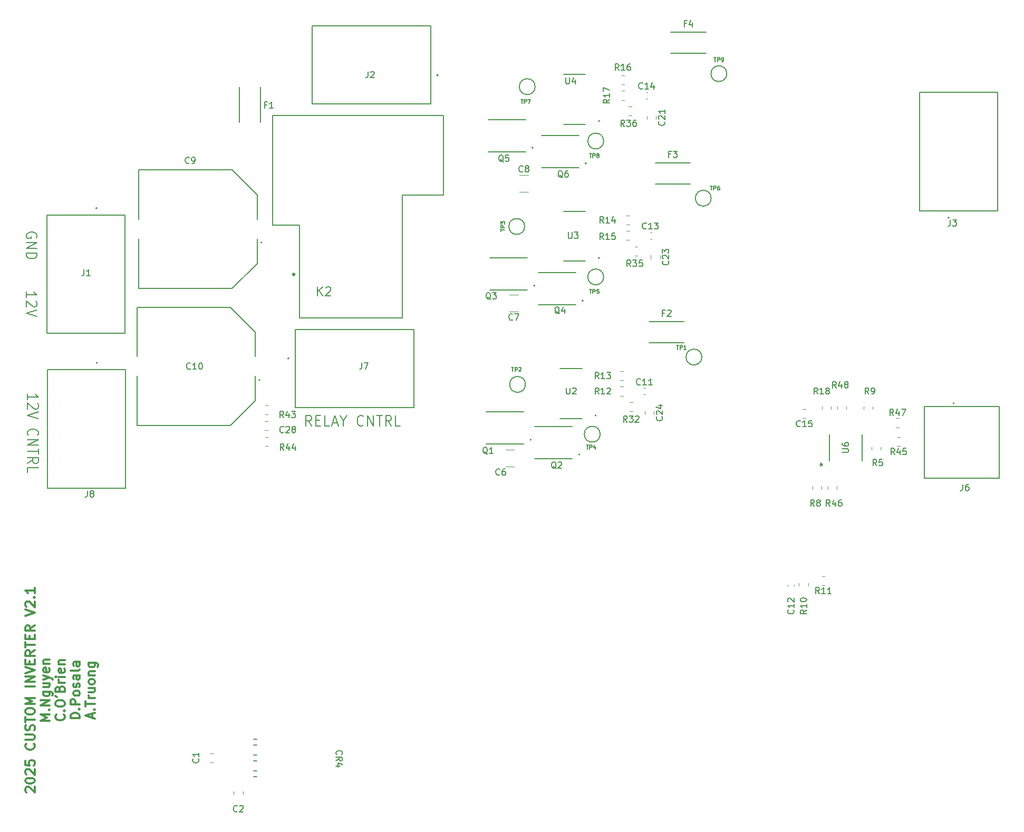
<source format=gbr>
%TF.GenerationSoftware,KiCad,Pcbnew,9.0.0*%
%TF.CreationDate,2025-05-26T21:52:58-04:00*%
%TF.ProjectId,Custom Inverter PCB,43757374-6f6d-4204-996e-766572746572,2*%
%TF.SameCoordinates,Original*%
%TF.FileFunction,Legend,Top*%
%TF.FilePolarity,Positive*%
%FSLAX46Y46*%
G04 Gerber Fmt 4.6, Leading zero omitted, Abs format (unit mm)*
G04 Created by KiCad (PCBNEW 9.0.0) date 2025-05-26 21:52:58*
%MOMM*%
%LPD*%
G01*
G04 APERTURE LIST*
%ADD10C,0.200000*%
%ADD11C,0.300000*%
%ADD12C,0.150000*%
%ADD13C,0.120000*%
%ADD14C,0.127000*%
%ADD15C,0.152400*%
G04 APERTURE END LIST*
D10*
X40237494Y-55150625D02*
X40318446Y-54998244D01*
X40318446Y-54998244D02*
X40318446Y-54769673D01*
X40318446Y-54769673D02*
X40237494Y-54541101D01*
X40237494Y-54541101D02*
X40075589Y-54388720D01*
X40075589Y-54388720D02*
X39913684Y-54312530D01*
X39913684Y-54312530D02*
X39589875Y-54236339D01*
X39589875Y-54236339D02*
X39347018Y-54236339D01*
X39347018Y-54236339D02*
X39023208Y-54312530D01*
X39023208Y-54312530D02*
X38861303Y-54388720D01*
X38861303Y-54388720D02*
X38699399Y-54541101D01*
X38699399Y-54541101D02*
X38618446Y-54769673D01*
X38618446Y-54769673D02*
X38618446Y-54922054D01*
X38618446Y-54922054D02*
X38699399Y-55150625D01*
X38699399Y-55150625D02*
X38780351Y-55226816D01*
X38780351Y-55226816D02*
X39347018Y-55226816D01*
X39347018Y-55226816D02*
X39347018Y-54922054D01*
X38618446Y-55912530D02*
X40318446Y-55912530D01*
X40318446Y-55912530D02*
X38618446Y-56826816D01*
X38618446Y-56826816D02*
X40318446Y-56826816D01*
X38618446Y-57588720D02*
X40318446Y-57588720D01*
X40318446Y-57588720D02*
X40318446Y-57969672D01*
X40318446Y-57969672D02*
X40237494Y-58198244D01*
X40237494Y-58198244D02*
X40075589Y-58350625D01*
X40075589Y-58350625D02*
X39913684Y-58426815D01*
X39913684Y-58426815D02*
X39589875Y-58503006D01*
X39589875Y-58503006D02*
X39347018Y-58503006D01*
X39347018Y-58503006D02*
X39023208Y-58426815D01*
X39023208Y-58426815D02*
X38861303Y-58350625D01*
X38861303Y-58350625D02*
X38699399Y-58198244D01*
X38699399Y-58198244D02*
X38618446Y-57969672D01*
X38618446Y-57969672D02*
X38618446Y-57588720D01*
D11*
X38584021Y-144192855D02*
X38512593Y-144121427D01*
X38512593Y-144121427D02*
X38441164Y-143978570D01*
X38441164Y-143978570D02*
X38441164Y-143621427D01*
X38441164Y-143621427D02*
X38512593Y-143478570D01*
X38512593Y-143478570D02*
X38584021Y-143407141D01*
X38584021Y-143407141D02*
X38726878Y-143335712D01*
X38726878Y-143335712D02*
X38869736Y-143335712D01*
X38869736Y-143335712D02*
X39084021Y-143407141D01*
X39084021Y-143407141D02*
X39941164Y-144264284D01*
X39941164Y-144264284D02*
X39941164Y-143335712D01*
X38441164Y-142407141D02*
X38441164Y-142264284D01*
X38441164Y-142264284D02*
X38512593Y-142121427D01*
X38512593Y-142121427D02*
X38584021Y-142049999D01*
X38584021Y-142049999D02*
X38726878Y-141978570D01*
X38726878Y-141978570D02*
X39012593Y-141907141D01*
X39012593Y-141907141D02*
X39369736Y-141907141D01*
X39369736Y-141907141D02*
X39655450Y-141978570D01*
X39655450Y-141978570D02*
X39798307Y-142049999D01*
X39798307Y-142049999D02*
X39869736Y-142121427D01*
X39869736Y-142121427D02*
X39941164Y-142264284D01*
X39941164Y-142264284D02*
X39941164Y-142407141D01*
X39941164Y-142407141D02*
X39869736Y-142549999D01*
X39869736Y-142549999D02*
X39798307Y-142621427D01*
X39798307Y-142621427D02*
X39655450Y-142692856D01*
X39655450Y-142692856D02*
X39369736Y-142764284D01*
X39369736Y-142764284D02*
X39012593Y-142764284D01*
X39012593Y-142764284D02*
X38726878Y-142692856D01*
X38726878Y-142692856D02*
X38584021Y-142621427D01*
X38584021Y-142621427D02*
X38512593Y-142549999D01*
X38512593Y-142549999D02*
X38441164Y-142407141D01*
X38584021Y-141335713D02*
X38512593Y-141264285D01*
X38512593Y-141264285D02*
X38441164Y-141121428D01*
X38441164Y-141121428D02*
X38441164Y-140764285D01*
X38441164Y-140764285D02*
X38512593Y-140621428D01*
X38512593Y-140621428D02*
X38584021Y-140549999D01*
X38584021Y-140549999D02*
X38726878Y-140478570D01*
X38726878Y-140478570D02*
X38869736Y-140478570D01*
X38869736Y-140478570D02*
X39084021Y-140549999D01*
X39084021Y-140549999D02*
X39941164Y-141407142D01*
X39941164Y-141407142D02*
X39941164Y-140478570D01*
X38441164Y-139121428D02*
X38441164Y-139835714D01*
X38441164Y-139835714D02*
X39155450Y-139907142D01*
X39155450Y-139907142D02*
X39084021Y-139835714D01*
X39084021Y-139835714D02*
X39012593Y-139692857D01*
X39012593Y-139692857D02*
X39012593Y-139335714D01*
X39012593Y-139335714D02*
X39084021Y-139192857D01*
X39084021Y-139192857D02*
X39155450Y-139121428D01*
X39155450Y-139121428D02*
X39298307Y-139049999D01*
X39298307Y-139049999D02*
X39655450Y-139049999D01*
X39655450Y-139049999D02*
X39798307Y-139121428D01*
X39798307Y-139121428D02*
X39869736Y-139192857D01*
X39869736Y-139192857D02*
X39941164Y-139335714D01*
X39941164Y-139335714D02*
X39941164Y-139692857D01*
X39941164Y-139692857D02*
X39869736Y-139835714D01*
X39869736Y-139835714D02*
X39798307Y-139907142D01*
X39798307Y-136407143D02*
X39869736Y-136478571D01*
X39869736Y-136478571D02*
X39941164Y-136692857D01*
X39941164Y-136692857D02*
X39941164Y-136835714D01*
X39941164Y-136835714D02*
X39869736Y-137050000D01*
X39869736Y-137050000D02*
X39726878Y-137192857D01*
X39726878Y-137192857D02*
X39584021Y-137264286D01*
X39584021Y-137264286D02*
X39298307Y-137335714D01*
X39298307Y-137335714D02*
X39084021Y-137335714D01*
X39084021Y-137335714D02*
X38798307Y-137264286D01*
X38798307Y-137264286D02*
X38655450Y-137192857D01*
X38655450Y-137192857D02*
X38512593Y-137050000D01*
X38512593Y-137050000D02*
X38441164Y-136835714D01*
X38441164Y-136835714D02*
X38441164Y-136692857D01*
X38441164Y-136692857D02*
X38512593Y-136478571D01*
X38512593Y-136478571D02*
X38584021Y-136407143D01*
X38441164Y-135764286D02*
X39655450Y-135764286D01*
X39655450Y-135764286D02*
X39798307Y-135692857D01*
X39798307Y-135692857D02*
X39869736Y-135621429D01*
X39869736Y-135621429D02*
X39941164Y-135478571D01*
X39941164Y-135478571D02*
X39941164Y-135192857D01*
X39941164Y-135192857D02*
X39869736Y-135050000D01*
X39869736Y-135050000D02*
X39798307Y-134978571D01*
X39798307Y-134978571D02*
X39655450Y-134907143D01*
X39655450Y-134907143D02*
X38441164Y-134907143D01*
X39869736Y-134264285D02*
X39941164Y-134050000D01*
X39941164Y-134050000D02*
X39941164Y-133692857D01*
X39941164Y-133692857D02*
X39869736Y-133550000D01*
X39869736Y-133550000D02*
X39798307Y-133478571D01*
X39798307Y-133478571D02*
X39655450Y-133407142D01*
X39655450Y-133407142D02*
X39512593Y-133407142D01*
X39512593Y-133407142D02*
X39369736Y-133478571D01*
X39369736Y-133478571D02*
X39298307Y-133550000D01*
X39298307Y-133550000D02*
X39226878Y-133692857D01*
X39226878Y-133692857D02*
X39155450Y-133978571D01*
X39155450Y-133978571D02*
X39084021Y-134121428D01*
X39084021Y-134121428D02*
X39012593Y-134192857D01*
X39012593Y-134192857D02*
X38869736Y-134264285D01*
X38869736Y-134264285D02*
X38726878Y-134264285D01*
X38726878Y-134264285D02*
X38584021Y-134192857D01*
X38584021Y-134192857D02*
X38512593Y-134121428D01*
X38512593Y-134121428D02*
X38441164Y-133978571D01*
X38441164Y-133978571D02*
X38441164Y-133621428D01*
X38441164Y-133621428D02*
X38512593Y-133407142D01*
X38441164Y-132978571D02*
X38441164Y-132121429D01*
X39941164Y-132550000D02*
X38441164Y-132550000D01*
X38441164Y-131335714D02*
X38441164Y-131050000D01*
X38441164Y-131050000D02*
X38512593Y-130907143D01*
X38512593Y-130907143D02*
X38655450Y-130764286D01*
X38655450Y-130764286D02*
X38941164Y-130692857D01*
X38941164Y-130692857D02*
X39441164Y-130692857D01*
X39441164Y-130692857D02*
X39726878Y-130764286D01*
X39726878Y-130764286D02*
X39869736Y-130907143D01*
X39869736Y-130907143D02*
X39941164Y-131050000D01*
X39941164Y-131050000D02*
X39941164Y-131335714D01*
X39941164Y-131335714D02*
X39869736Y-131478572D01*
X39869736Y-131478572D02*
X39726878Y-131621429D01*
X39726878Y-131621429D02*
X39441164Y-131692857D01*
X39441164Y-131692857D02*
X38941164Y-131692857D01*
X38941164Y-131692857D02*
X38655450Y-131621429D01*
X38655450Y-131621429D02*
X38512593Y-131478572D01*
X38512593Y-131478572D02*
X38441164Y-131335714D01*
X39941164Y-130050000D02*
X38441164Y-130050000D01*
X38441164Y-130050000D02*
X39512593Y-129550000D01*
X39512593Y-129550000D02*
X38441164Y-129050000D01*
X38441164Y-129050000D02*
X39941164Y-129050000D01*
X39941164Y-127192857D02*
X38441164Y-127192857D01*
X39941164Y-126478571D02*
X38441164Y-126478571D01*
X38441164Y-126478571D02*
X39941164Y-125621428D01*
X39941164Y-125621428D02*
X38441164Y-125621428D01*
X38441164Y-125121427D02*
X39941164Y-124621427D01*
X39941164Y-124621427D02*
X38441164Y-124121427D01*
X39155450Y-123621428D02*
X39155450Y-123121428D01*
X39941164Y-122907142D02*
X39941164Y-123621428D01*
X39941164Y-123621428D02*
X38441164Y-123621428D01*
X38441164Y-123621428D02*
X38441164Y-122907142D01*
X39941164Y-121407142D02*
X39226878Y-121907142D01*
X39941164Y-122264285D02*
X38441164Y-122264285D01*
X38441164Y-122264285D02*
X38441164Y-121692856D01*
X38441164Y-121692856D02*
X38512593Y-121549999D01*
X38512593Y-121549999D02*
X38584021Y-121478570D01*
X38584021Y-121478570D02*
X38726878Y-121407142D01*
X38726878Y-121407142D02*
X38941164Y-121407142D01*
X38941164Y-121407142D02*
X39084021Y-121478570D01*
X39084021Y-121478570D02*
X39155450Y-121549999D01*
X39155450Y-121549999D02*
X39226878Y-121692856D01*
X39226878Y-121692856D02*
X39226878Y-122264285D01*
X38441164Y-120978570D02*
X38441164Y-120121428D01*
X39941164Y-120549999D02*
X38441164Y-120549999D01*
X39155450Y-119621428D02*
X39155450Y-119121428D01*
X39941164Y-118907142D02*
X39941164Y-119621428D01*
X39941164Y-119621428D02*
X38441164Y-119621428D01*
X38441164Y-119621428D02*
X38441164Y-118907142D01*
X39941164Y-117407142D02*
X39226878Y-117907142D01*
X39941164Y-118264285D02*
X38441164Y-118264285D01*
X38441164Y-118264285D02*
X38441164Y-117692856D01*
X38441164Y-117692856D02*
X38512593Y-117549999D01*
X38512593Y-117549999D02*
X38584021Y-117478570D01*
X38584021Y-117478570D02*
X38726878Y-117407142D01*
X38726878Y-117407142D02*
X38941164Y-117407142D01*
X38941164Y-117407142D02*
X39084021Y-117478570D01*
X39084021Y-117478570D02*
X39155450Y-117549999D01*
X39155450Y-117549999D02*
X39226878Y-117692856D01*
X39226878Y-117692856D02*
X39226878Y-118264285D01*
X38441164Y-115835713D02*
X39941164Y-115335713D01*
X39941164Y-115335713D02*
X38441164Y-114835713D01*
X38584021Y-114407142D02*
X38512593Y-114335714D01*
X38512593Y-114335714D02*
X38441164Y-114192857D01*
X38441164Y-114192857D02*
X38441164Y-113835714D01*
X38441164Y-113835714D02*
X38512593Y-113692857D01*
X38512593Y-113692857D02*
X38584021Y-113621428D01*
X38584021Y-113621428D02*
X38726878Y-113549999D01*
X38726878Y-113549999D02*
X38869736Y-113549999D01*
X38869736Y-113549999D02*
X39084021Y-113621428D01*
X39084021Y-113621428D02*
X39941164Y-114478571D01*
X39941164Y-114478571D02*
X39941164Y-113549999D01*
X39798307Y-112907143D02*
X39869736Y-112835714D01*
X39869736Y-112835714D02*
X39941164Y-112907143D01*
X39941164Y-112907143D02*
X39869736Y-112978571D01*
X39869736Y-112978571D02*
X39798307Y-112907143D01*
X39798307Y-112907143D02*
X39941164Y-112907143D01*
X39941164Y-111407142D02*
X39941164Y-112264285D01*
X39941164Y-111835714D02*
X38441164Y-111835714D01*
X38441164Y-111835714D02*
X38655450Y-111978571D01*
X38655450Y-111978571D02*
X38798307Y-112121428D01*
X38798307Y-112121428D02*
X38869736Y-112264285D01*
X42356080Y-132692857D02*
X40856080Y-132692857D01*
X40856080Y-132692857D02*
X41927509Y-132192857D01*
X41927509Y-132192857D02*
X40856080Y-131692857D01*
X40856080Y-131692857D02*
X42356080Y-131692857D01*
X42213223Y-130978571D02*
X42284652Y-130907142D01*
X42284652Y-130907142D02*
X42356080Y-130978571D01*
X42356080Y-130978571D02*
X42284652Y-131049999D01*
X42284652Y-131049999D02*
X42213223Y-130978571D01*
X42213223Y-130978571D02*
X42356080Y-130978571D01*
X42356080Y-130264285D02*
X40856080Y-130264285D01*
X40856080Y-130264285D02*
X42356080Y-129407142D01*
X42356080Y-129407142D02*
X40856080Y-129407142D01*
X41356080Y-128049999D02*
X42570366Y-128049999D01*
X42570366Y-128049999D02*
X42713223Y-128121427D01*
X42713223Y-128121427D02*
X42784652Y-128192856D01*
X42784652Y-128192856D02*
X42856080Y-128335713D01*
X42856080Y-128335713D02*
X42856080Y-128549999D01*
X42856080Y-128549999D02*
X42784652Y-128692856D01*
X42284652Y-128049999D02*
X42356080Y-128192856D01*
X42356080Y-128192856D02*
X42356080Y-128478570D01*
X42356080Y-128478570D02*
X42284652Y-128621427D01*
X42284652Y-128621427D02*
X42213223Y-128692856D01*
X42213223Y-128692856D02*
X42070366Y-128764284D01*
X42070366Y-128764284D02*
X41641794Y-128764284D01*
X41641794Y-128764284D02*
X41498937Y-128692856D01*
X41498937Y-128692856D02*
X41427509Y-128621427D01*
X41427509Y-128621427D02*
X41356080Y-128478570D01*
X41356080Y-128478570D02*
X41356080Y-128192856D01*
X41356080Y-128192856D02*
X41427509Y-128049999D01*
X41356080Y-126692856D02*
X42356080Y-126692856D01*
X41356080Y-127335713D02*
X42141794Y-127335713D01*
X42141794Y-127335713D02*
X42284652Y-127264284D01*
X42284652Y-127264284D02*
X42356080Y-127121427D01*
X42356080Y-127121427D02*
X42356080Y-126907141D01*
X42356080Y-126907141D02*
X42284652Y-126764284D01*
X42284652Y-126764284D02*
X42213223Y-126692856D01*
X41356080Y-126121427D02*
X42356080Y-125764284D01*
X41356080Y-125407141D02*
X42356080Y-125764284D01*
X42356080Y-125764284D02*
X42713223Y-125907141D01*
X42713223Y-125907141D02*
X42784652Y-125978570D01*
X42784652Y-125978570D02*
X42856080Y-126121427D01*
X42284652Y-124264284D02*
X42356080Y-124407141D01*
X42356080Y-124407141D02*
X42356080Y-124692856D01*
X42356080Y-124692856D02*
X42284652Y-124835713D01*
X42284652Y-124835713D02*
X42141794Y-124907141D01*
X42141794Y-124907141D02*
X41570366Y-124907141D01*
X41570366Y-124907141D02*
X41427509Y-124835713D01*
X41427509Y-124835713D02*
X41356080Y-124692856D01*
X41356080Y-124692856D02*
X41356080Y-124407141D01*
X41356080Y-124407141D02*
X41427509Y-124264284D01*
X41427509Y-124264284D02*
X41570366Y-124192856D01*
X41570366Y-124192856D02*
X41713223Y-124192856D01*
X41713223Y-124192856D02*
X41856080Y-124907141D01*
X41356080Y-123549999D02*
X42356080Y-123549999D01*
X41498937Y-123549999D02*
X41427509Y-123478570D01*
X41427509Y-123478570D02*
X41356080Y-123335713D01*
X41356080Y-123335713D02*
X41356080Y-123121427D01*
X41356080Y-123121427D02*
X41427509Y-122978570D01*
X41427509Y-122978570D02*
X41570366Y-122907142D01*
X41570366Y-122907142D02*
X42356080Y-122907142D01*
X44628139Y-131728571D02*
X44699568Y-131799999D01*
X44699568Y-131799999D02*
X44770996Y-132014285D01*
X44770996Y-132014285D02*
X44770996Y-132157142D01*
X44770996Y-132157142D02*
X44699568Y-132371428D01*
X44699568Y-132371428D02*
X44556710Y-132514285D01*
X44556710Y-132514285D02*
X44413853Y-132585714D01*
X44413853Y-132585714D02*
X44128139Y-132657142D01*
X44128139Y-132657142D02*
X43913853Y-132657142D01*
X43913853Y-132657142D02*
X43628139Y-132585714D01*
X43628139Y-132585714D02*
X43485282Y-132514285D01*
X43485282Y-132514285D02*
X43342425Y-132371428D01*
X43342425Y-132371428D02*
X43270996Y-132157142D01*
X43270996Y-132157142D02*
X43270996Y-132014285D01*
X43270996Y-132014285D02*
X43342425Y-131799999D01*
X43342425Y-131799999D02*
X43413853Y-131728571D01*
X44628139Y-131085714D02*
X44699568Y-131014285D01*
X44699568Y-131014285D02*
X44770996Y-131085714D01*
X44770996Y-131085714D02*
X44699568Y-131157142D01*
X44699568Y-131157142D02*
X44628139Y-131085714D01*
X44628139Y-131085714D02*
X44770996Y-131085714D01*
X43270996Y-130085713D02*
X43270996Y-129799999D01*
X43270996Y-129799999D02*
X43342425Y-129657142D01*
X43342425Y-129657142D02*
X43485282Y-129514285D01*
X43485282Y-129514285D02*
X43770996Y-129442856D01*
X43770996Y-129442856D02*
X44270996Y-129442856D01*
X44270996Y-129442856D02*
X44556710Y-129514285D01*
X44556710Y-129514285D02*
X44699568Y-129657142D01*
X44699568Y-129657142D02*
X44770996Y-129799999D01*
X44770996Y-129799999D02*
X44770996Y-130085713D01*
X44770996Y-130085713D02*
X44699568Y-130228571D01*
X44699568Y-130228571D02*
X44556710Y-130371428D01*
X44556710Y-130371428D02*
X44270996Y-130442856D01*
X44270996Y-130442856D02*
X43770996Y-130442856D01*
X43770996Y-130442856D02*
X43485282Y-130371428D01*
X43485282Y-130371428D02*
X43342425Y-130228571D01*
X43342425Y-130228571D02*
X43270996Y-130085713D01*
X43270996Y-128728570D02*
X43556710Y-128871427D01*
X43985282Y-127585713D02*
X44056710Y-127371427D01*
X44056710Y-127371427D02*
X44128139Y-127299998D01*
X44128139Y-127299998D02*
X44270996Y-127228570D01*
X44270996Y-127228570D02*
X44485282Y-127228570D01*
X44485282Y-127228570D02*
X44628139Y-127299998D01*
X44628139Y-127299998D02*
X44699568Y-127371427D01*
X44699568Y-127371427D02*
X44770996Y-127514284D01*
X44770996Y-127514284D02*
X44770996Y-128085713D01*
X44770996Y-128085713D02*
X43270996Y-128085713D01*
X43270996Y-128085713D02*
X43270996Y-127585713D01*
X43270996Y-127585713D02*
X43342425Y-127442856D01*
X43342425Y-127442856D02*
X43413853Y-127371427D01*
X43413853Y-127371427D02*
X43556710Y-127299998D01*
X43556710Y-127299998D02*
X43699568Y-127299998D01*
X43699568Y-127299998D02*
X43842425Y-127371427D01*
X43842425Y-127371427D02*
X43913853Y-127442856D01*
X43913853Y-127442856D02*
X43985282Y-127585713D01*
X43985282Y-127585713D02*
X43985282Y-128085713D01*
X44770996Y-126585713D02*
X43770996Y-126585713D01*
X44056710Y-126585713D02*
X43913853Y-126514284D01*
X43913853Y-126514284D02*
X43842425Y-126442856D01*
X43842425Y-126442856D02*
X43770996Y-126299998D01*
X43770996Y-126299998D02*
X43770996Y-126157141D01*
X44770996Y-125657142D02*
X43770996Y-125657142D01*
X43270996Y-125657142D02*
X43342425Y-125728570D01*
X43342425Y-125728570D02*
X43413853Y-125657142D01*
X43413853Y-125657142D02*
X43342425Y-125585713D01*
X43342425Y-125585713D02*
X43270996Y-125657142D01*
X43270996Y-125657142D02*
X43413853Y-125657142D01*
X44699568Y-124371427D02*
X44770996Y-124514284D01*
X44770996Y-124514284D02*
X44770996Y-124799999D01*
X44770996Y-124799999D02*
X44699568Y-124942856D01*
X44699568Y-124942856D02*
X44556710Y-125014284D01*
X44556710Y-125014284D02*
X43985282Y-125014284D01*
X43985282Y-125014284D02*
X43842425Y-124942856D01*
X43842425Y-124942856D02*
X43770996Y-124799999D01*
X43770996Y-124799999D02*
X43770996Y-124514284D01*
X43770996Y-124514284D02*
X43842425Y-124371427D01*
X43842425Y-124371427D02*
X43985282Y-124299999D01*
X43985282Y-124299999D02*
X44128139Y-124299999D01*
X44128139Y-124299999D02*
X44270996Y-125014284D01*
X43770996Y-123657142D02*
X44770996Y-123657142D01*
X43913853Y-123657142D02*
X43842425Y-123585713D01*
X43842425Y-123585713D02*
X43770996Y-123442856D01*
X43770996Y-123442856D02*
X43770996Y-123228570D01*
X43770996Y-123228570D02*
X43842425Y-123085713D01*
X43842425Y-123085713D02*
X43985282Y-123014285D01*
X43985282Y-123014285D02*
X44770996Y-123014285D01*
X47185912Y-132335714D02*
X45685912Y-132335714D01*
X45685912Y-132335714D02*
X45685912Y-131978571D01*
X45685912Y-131978571D02*
X45757341Y-131764285D01*
X45757341Y-131764285D02*
X45900198Y-131621428D01*
X45900198Y-131621428D02*
X46043055Y-131549999D01*
X46043055Y-131549999D02*
X46328769Y-131478571D01*
X46328769Y-131478571D02*
X46543055Y-131478571D01*
X46543055Y-131478571D02*
X46828769Y-131549999D01*
X46828769Y-131549999D02*
X46971626Y-131621428D01*
X46971626Y-131621428D02*
X47114484Y-131764285D01*
X47114484Y-131764285D02*
X47185912Y-131978571D01*
X47185912Y-131978571D02*
X47185912Y-132335714D01*
X47043055Y-130835714D02*
X47114484Y-130764285D01*
X47114484Y-130764285D02*
X47185912Y-130835714D01*
X47185912Y-130835714D02*
X47114484Y-130907142D01*
X47114484Y-130907142D02*
X47043055Y-130835714D01*
X47043055Y-130835714D02*
X47185912Y-130835714D01*
X47185912Y-130121428D02*
X45685912Y-130121428D01*
X45685912Y-130121428D02*
X45685912Y-129549999D01*
X45685912Y-129549999D02*
X45757341Y-129407142D01*
X45757341Y-129407142D02*
X45828769Y-129335713D01*
X45828769Y-129335713D02*
X45971626Y-129264285D01*
X45971626Y-129264285D02*
X46185912Y-129264285D01*
X46185912Y-129264285D02*
X46328769Y-129335713D01*
X46328769Y-129335713D02*
X46400198Y-129407142D01*
X46400198Y-129407142D02*
X46471626Y-129549999D01*
X46471626Y-129549999D02*
X46471626Y-130121428D01*
X47185912Y-128407142D02*
X47114484Y-128549999D01*
X47114484Y-128549999D02*
X47043055Y-128621428D01*
X47043055Y-128621428D02*
X46900198Y-128692856D01*
X46900198Y-128692856D02*
X46471626Y-128692856D01*
X46471626Y-128692856D02*
X46328769Y-128621428D01*
X46328769Y-128621428D02*
X46257341Y-128549999D01*
X46257341Y-128549999D02*
X46185912Y-128407142D01*
X46185912Y-128407142D02*
X46185912Y-128192856D01*
X46185912Y-128192856D02*
X46257341Y-128049999D01*
X46257341Y-128049999D02*
X46328769Y-127978571D01*
X46328769Y-127978571D02*
X46471626Y-127907142D01*
X46471626Y-127907142D02*
X46900198Y-127907142D01*
X46900198Y-127907142D02*
X47043055Y-127978571D01*
X47043055Y-127978571D02*
X47114484Y-128049999D01*
X47114484Y-128049999D02*
X47185912Y-128192856D01*
X47185912Y-128192856D02*
X47185912Y-128407142D01*
X47114484Y-127335713D02*
X47185912Y-127192856D01*
X47185912Y-127192856D02*
X47185912Y-126907142D01*
X47185912Y-126907142D02*
X47114484Y-126764285D01*
X47114484Y-126764285D02*
X46971626Y-126692856D01*
X46971626Y-126692856D02*
X46900198Y-126692856D01*
X46900198Y-126692856D02*
X46757341Y-126764285D01*
X46757341Y-126764285D02*
X46685912Y-126907142D01*
X46685912Y-126907142D02*
X46685912Y-127121428D01*
X46685912Y-127121428D02*
X46614484Y-127264285D01*
X46614484Y-127264285D02*
X46471626Y-127335713D01*
X46471626Y-127335713D02*
X46400198Y-127335713D01*
X46400198Y-127335713D02*
X46257341Y-127264285D01*
X46257341Y-127264285D02*
X46185912Y-127121428D01*
X46185912Y-127121428D02*
X46185912Y-126907142D01*
X46185912Y-126907142D02*
X46257341Y-126764285D01*
X47185912Y-125407142D02*
X46400198Y-125407142D01*
X46400198Y-125407142D02*
X46257341Y-125478570D01*
X46257341Y-125478570D02*
X46185912Y-125621427D01*
X46185912Y-125621427D02*
X46185912Y-125907142D01*
X46185912Y-125907142D02*
X46257341Y-126049999D01*
X47114484Y-125407142D02*
X47185912Y-125549999D01*
X47185912Y-125549999D02*
X47185912Y-125907142D01*
X47185912Y-125907142D02*
X47114484Y-126049999D01*
X47114484Y-126049999D02*
X46971626Y-126121427D01*
X46971626Y-126121427D02*
X46828769Y-126121427D01*
X46828769Y-126121427D02*
X46685912Y-126049999D01*
X46685912Y-126049999D02*
X46614484Y-125907142D01*
X46614484Y-125907142D02*
X46614484Y-125549999D01*
X46614484Y-125549999D02*
X46543055Y-125407142D01*
X47185912Y-124478570D02*
X47114484Y-124621427D01*
X47114484Y-124621427D02*
X46971626Y-124692856D01*
X46971626Y-124692856D02*
X45685912Y-124692856D01*
X47185912Y-123264285D02*
X46400198Y-123264285D01*
X46400198Y-123264285D02*
X46257341Y-123335713D01*
X46257341Y-123335713D02*
X46185912Y-123478570D01*
X46185912Y-123478570D02*
X46185912Y-123764285D01*
X46185912Y-123764285D02*
X46257341Y-123907142D01*
X47114484Y-123264285D02*
X47185912Y-123407142D01*
X47185912Y-123407142D02*
X47185912Y-123764285D01*
X47185912Y-123764285D02*
X47114484Y-123907142D01*
X47114484Y-123907142D02*
X46971626Y-123978570D01*
X46971626Y-123978570D02*
X46828769Y-123978570D01*
X46828769Y-123978570D02*
X46685912Y-123907142D01*
X46685912Y-123907142D02*
X46614484Y-123764285D01*
X46614484Y-123764285D02*
X46614484Y-123407142D01*
X46614484Y-123407142D02*
X46543055Y-123264285D01*
X49172257Y-132264285D02*
X49172257Y-131550000D01*
X49600828Y-132407142D02*
X48100828Y-131907142D01*
X48100828Y-131907142D02*
X49600828Y-131407142D01*
X49457971Y-130907143D02*
X49529400Y-130835714D01*
X49529400Y-130835714D02*
X49600828Y-130907143D01*
X49600828Y-130907143D02*
X49529400Y-130978571D01*
X49529400Y-130978571D02*
X49457971Y-130907143D01*
X49457971Y-130907143D02*
X49600828Y-130907143D01*
X48100828Y-130407142D02*
X48100828Y-129550000D01*
X49600828Y-129978571D02*
X48100828Y-129978571D01*
X49600828Y-129050000D02*
X48600828Y-129050000D01*
X48886542Y-129050000D02*
X48743685Y-128978571D01*
X48743685Y-128978571D02*
X48672257Y-128907143D01*
X48672257Y-128907143D02*
X48600828Y-128764285D01*
X48600828Y-128764285D02*
X48600828Y-128621428D01*
X48600828Y-127478572D02*
X49600828Y-127478572D01*
X48600828Y-128121429D02*
X49386542Y-128121429D01*
X49386542Y-128121429D02*
X49529400Y-128050000D01*
X49529400Y-128050000D02*
X49600828Y-127907143D01*
X49600828Y-127907143D02*
X49600828Y-127692857D01*
X49600828Y-127692857D02*
X49529400Y-127550000D01*
X49529400Y-127550000D02*
X49457971Y-127478572D01*
X49600828Y-126550000D02*
X49529400Y-126692857D01*
X49529400Y-126692857D02*
X49457971Y-126764286D01*
X49457971Y-126764286D02*
X49315114Y-126835714D01*
X49315114Y-126835714D02*
X48886542Y-126835714D01*
X48886542Y-126835714D02*
X48743685Y-126764286D01*
X48743685Y-126764286D02*
X48672257Y-126692857D01*
X48672257Y-126692857D02*
X48600828Y-126550000D01*
X48600828Y-126550000D02*
X48600828Y-126335714D01*
X48600828Y-126335714D02*
X48672257Y-126192857D01*
X48672257Y-126192857D02*
X48743685Y-126121429D01*
X48743685Y-126121429D02*
X48886542Y-126050000D01*
X48886542Y-126050000D02*
X49315114Y-126050000D01*
X49315114Y-126050000D02*
X49457971Y-126121429D01*
X49457971Y-126121429D02*
X49529400Y-126192857D01*
X49529400Y-126192857D02*
X49600828Y-126335714D01*
X49600828Y-126335714D02*
X49600828Y-126550000D01*
X48600828Y-125407143D02*
X49600828Y-125407143D01*
X48743685Y-125407143D02*
X48672257Y-125335714D01*
X48672257Y-125335714D02*
X48600828Y-125192857D01*
X48600828Y-125192857D02*
X48600828Y-124978571D01*
X48600828Y-124978571D02*
X48672257Y-124835714D01*
X48672257Y-124835714D02*
X48815114Y-124764286D01*
X48815114Y-124764286D02*
X49600828Y-124764286D01*
X48600828Y-123407143D02*
X49815114Y-123407143D01*
X49815114Y-123407143D02*
X49957971Y-123478571D01*
X49957971Y-123478571D02*
X50029400Y-123550000D01*
X50029400Y-123550000D02*
X50100828Y-123692857D01*
X50100828Y-123692857D02*
X50100828Y-123907143D01*
X50100828Y-123907143D02*
X50029400Y-124050000D01*
X49529400Y-123407143D02*
X49600828Y-123550000D01*
X49600828Y-123550000D02*
X49600828Y-123835714D01*
X49600828Y-123835714D02*
X49529400Y-123978571D01*
X49529400Y-123978571D02*
X49457971Y-124050000D01*
X49457971Y-124050000D02*
X49315114Y-124121428D01*
X49315114Y-124121428D02*
X48886542Y-124121428D01*
X48886542Y-124121428D02*
X48743685Y-124050000D01*
X48743685Y-124050000D02*
X48672257Y-123978571D01*
X48672257Y-123978571D02*
X48600828Y-123835714D01*
X48600828Y-123835714D02*
X48600828Y-123550000D01*
X48600828Y-123550000D02*
X48672257Y-123407143D01*
D10*
X38818446Y-81150625D02*
X38818446Y-80236339D01*
X38818446Y-80693482D02*
X40518446Y-80693482D01*
X40518446Y-80693482D02*
X40275589Y-80541101D01*
X40275589Y-80541101D02*
X40113684Y-80388720D01*
X40113684Y-80388720D02*
X40032732Y-80236339D01*
X40356541Y-81760149D02*
X40437494Y-81836340D01*
X40437494Y-81836340D02*
X40518446Y-81988721D01*
X40518446Y-81988721D02*
X40518446Y-82369673D01*
X40518446Y-82369673D02*
X40437494Y-82522054D01*
X40437494Y-82522054D02*
X40356541Y-82598245D01*
X40356541Y-82598245D02*
X40194637Y-82674435D01*
X40194637Y-82674435D02*
X40032732Y-82674435D01*
X40032732Y-82674435D02*
X39789875Y-82598245D01*
X39789875Y-82598245D02*
X38818446Y-81683959D01*
X38818446Y-81683959D02*
X38818446Y-82674435D01*
X40518446Y-83131578D02*
X38818446Y-83664912D01*
X38818446Y-83664912D02*
X40518446Y-84198245D01*
X38980351Y-86864913D02*
X38899399Y-86788722D01*
X38899399Y-86788722D02*
X38818446Y-86560151D01*
X38818446Y-86560151D02*
X38818446Y-86407770D01*
X38818446Y-86407770D02*
X38899399Y-86179198D01*
X38899399Y-86179198D02*
X39061303Y-86026817D01*
X39061303Y-86026817D02*
X39223208Y-85950627D01*
X39223208Y-85950627D02*
X39547018Y-85874436D01*
X39547018Y-85874436D02*
X39789875Y-85874436D01*
X39789875Y-85874436D02*
X40113684Y-85950627D01*
X40113684Y-85950627D02*
X40275589Y-86026817D01*
X40275589Y-86026817D02*
X40437494Y-86179198D01*
X40437494Y-86179198D02*
X40518446Y-86407770D01*
X40518446Y-86407770D02*
X40518446Y-86560151D01*
X40518446Y-86560151D02*
X40437494Y-86788722D01*
X40437494Y-86788722D02*
X40356541Y-86864913D01*
X38818446Y-87550627D02*
X40518446Y-87550627D01*
X40518446Y-87550627D02*
X38818446Y-88464913D01*
X38818446Y-88464913D02*
X40518446Y-88464913D01*
X40518446Y-88998245D02*
X40518446Y-89912531D01*
X38818446Y-89455388D02*
X40518446Y-89455388D01*
X38818446Y-91360151D02*
X39627970Y-90826817D01*
X38818446Y-90445865D02*
X40518446Y-90445865D01*
X40518446Y-90445865D02*
X40518446Y-91055389D01*
X40518446Y-91055389D02*
X40437494Y-91207770D01*
X40437494Y-91207770D02*
X40356541Y-91283960D01*
X40356541Y-91283960D02*
X40194637Y-91360151D01*
X40194637Y-91360151D02*
X39951779Y-91360151D01*
X39951779Y-91360151D02*
X39789875Y-91283960D01*
X39789875Y-91283960D02*
X39708922Y-91207770D01*
X39708922Y-91207770D02*
X39627970Y-91055389D01*
X39627970Y-91055389D02*
X39627970Y-90445865D01*
X38818446Y-92807770D02*
X38818446Y-92045865D01*
X38818446Y-92045865D02*
X40518446Y-92045865D01*
X84426816Y-85381553D02*
X83893482Y-84572029D01*
X83512530Y-85381553D02*
X83512530Y-83681553D01*
X83512530Y-83681553D02*
X84122054Y-83681553D01*
X84122054Y-83681553D02*
X84274435Y-83762505D01*
X84274435Y-83762505D02*
X84350625Y-83843458D01*
X84350625Y-83843458D02*
X84426816Y-84005362D01*
X84426816Y-84005362D02*
X84426816Y-84248220D01*
X84426816Y-84248220D02*
X84350625Y-84410124D01*
X84350625Y-84410124D02*
X84274435Y-84491077D01*
X84274435Y-84491077D02*
X84122054Y-84572029D01*
X84122054Y-84572029D02*
X83512530Y-84572029D01*
X85112530Y-84491077D02*
X85645863Y-84491077D01*
X85874435Y-85381553D02*
X85112530Y-85381553D01*
X85112530Y-85381553D02*
X85112530Y-83681553D01*
X85112530Y-83681553D02*
X85874435Y-83681553D01*
X87322054Y-85381553D02*
X86560149Y-85381553D01*
X86560149Y-85381553D02*
X86560149Y-83681553D01*
X87779196Y-84895839D02*
X88541101Y-84895839D01*
X87626815Y-85381553D02*
X88160149Y-83681553D01*
X88160149Y-83681553D02*
X88693482Y-85381553D01*
X89531578Y-84572029D02*
X89531578Y-85381553D01*
X88998244Y-83681553D02*
X89531578Y-84572029D01*
X89531578Y-84572029D02*
X90064911Y-83681553D01*
X92731579Y-85219648D02*
X92655388Y-85300601D01*
X92655388Y-85300601D02*
X92426817Y-85381553D01*
X92426817Y-85381553D02*
X92274436Y-85381553D01*
X92274436Y-85381553D02*
X92045864Y-85300601D01*
X92045864Y-85300601D02*
X91893483Y-85138696D01*
X91893483Y-85138696D02*
X91817293Y-84976791D01*
X91817293Y-84976791D02*
X91741102Y-84652981D01*
X91741102Y-84652981D02*
X91741102Y-84410124D01*
X91741102Y-84410124D02*
X91817293Y-84086315D01*
X91817293Y-84086315D02*
X91893483Y-83924410D01*
X91893483Y-83924410D02*
X92045864Y-83762505D01*
X92045864Y-83762505D02*
X92274436Y-83681553D01*
X92274436Y-83681553D02*
X92426817Y-83681553D01*
X92426817Y-83681553D02*
X92655388Y-83762505D01*
X92655388Y-83762505D02*
X92731579Y-83843458D01*
X93417293Y-85381553D02*
X93417293Y-83681553D01*
X93417293Y-83681553D02*
X94331579Y-85381553D01*
X94331579Y-85381553D02*
X94331579Y-83681553D01*
X94864911Y-83681553D02*
X95779197Y-83681553D01*
X95322054Y-85381553D02*
X95322054Y-83681553D01*
X97226817Y-85381553D02*
X96693483Y-84572029D01*
X96312531Y-85381553D02*
X96312531Y-83681553D01*
X96312531Y-83681553D02*
X96922055Y-83681553D01*
X96922055Y-83681553D02*
X97074436Y-83762505D01*
X97074436Y-83762505D02*
X97150626Y-83843458D01*
X97150626Y-83843458D02*
X97226817Y-84005362D01*
X97226817Y-84005362D02*
X97226817Y-84248220D01*
X97226817Y-84248220D02*
X97150626Y-84410124D01*
X97150626Y-84410124D02*
X97074436Y-84491077D01*
X97074436Y-84491077D02*
X96922055Y-84572029D01*
X96922055Y-84572029D02*
X96312531Y-84572029D01*
X98674436Y-85381553D02*
X97912531Y-85381553D01*
X97912531Y-85381553D02*
X97912531Y-83681553D01*
X38618446Y-64750625D02*
X38618446Y-63836339D01*
X38618446Y-64293482D02*
X40318446Y-64293482D01*
X40318446Y-64293482D02*
X40075589Y-64141101D01*
X40075589Y-64141101D02*
X39913684Y-63988720D01*
X39913684Y-63988720D02*
X39832732Y-63836339D01*
X40156541Y-65360149D02*
X40237494Y-65436340D01*
X40237494Y-65436340D02*
X40318446Y-65588721D01*
X40318446Y-65588721D02*
X40318446Y-65969673D01*
X40318446Y-65969673D02*
X40237494Y-66122054D01*
X40237494Y-66122054D02*
X40156541Y-66198245D01*
X40156541Y-66198245D02*
X39994637Y-66274435D01*
X39994637Y-66274435D02*
X39832732Y-66274435D01*
X39832732Y-66274435D02*
X39589875Y-66198245D01*
X39589875Y-66198245D02*
X38618446Y-65283959D01*
X38618446Y-65283959D02*
X38618446Y-66274435D01*
X40318446Y-66731578D02*
X38618446Y-67264912D01*
X38618446Y-67264912D02*
X40318446Y-67798245D01*
D12*
X131281142Y-55429819D02*
X130947809Y-54953628D01*
X130709714Y-55429819D02*
X130709714Y-54429819D01*
X130709714Y-54429819D02*
X131090666Y-54429819D01*
X131090666Y-54429819D02*
X131185904Y-54477438D01*
X131185904Y-54477438D02*
X131233523Y-54525057D01*
X131233523Y-54525057D02*
X131281142Y-54620295D01*
X131281142Y-54620295D02*
X131281142Y-54763152D01*
X131281142Y-54763152D02*
X131233523Y-54858390D01*
X131233523Y-54858390D02*
X131185904Y-54906009D01*
X131185904Y-54906009D02*
X131090666Y-54953628D01*
X131090666Y-54953628D02*
X130709714Y-54953628D01*
X132233523Y-55429819D02*
X131662095Y-55429819D01*
X131947809Y-55429819D02*
X131947809Y-54429819D01*
X131947809Y-54429819D02*
X131852571Y-54572676D01*
X131852571Y-54572676D02*
X131757333Y-54667914D01*
X131757333Y-54667914D02*
X131662095Y-54715533D01*
X133138285Y-54429819D02*
X132662095Y-54429819D01*
X132662095Y-54429819D02*
X132614476Y-54906009D01*
X132614476Y-54906009D02*
X132662095Y-54858390D01*
X132662095Y-54858390D02*
X132757333Y-54810771D01*
X132757333Y-54810771D02*
X132995428Y-54810771D01*
X132995428Y-54810771D02*
X133090666Y-54858390D01*
X133090666Y-54858390D02*
X133138285Y-54906009D01*
X133138285Y-54906009D02*
X133185904Y-55001247D01*
X133185904Y-55001247D02*
X133185904Y-55239342D01*
X133185904Y-55239342D02*
X133138285Y-55334580D01*
X133138285Y-55334580D02*
X133090666Y-55382200D01*
X133090666Y-55382200D02*
X132995428Y-55429819D01*
X132995428Y-55429819D02*
X132757333Y-55429819D01*
X132757333Y-55429819D02*
X132662095Y-55382200D01*
X132662095Y-55382200D02*
X132614476Y-55334580D01*
X116492381Y-75956276D02*
X116858095Y-75956276D01*
X116675238Y-76596276D02*
X116675238Y-75956276D01*
X117071428Y-76596276D02*
X117071428Y-75956276D01*
X117071428Y-75956276D02*
X117315238Y-75956276D01*
X117315238Y-75956276D02*
X117376190Y-75986752D01*
X117376190Y-75986752D02*
X117406667Y-76017228D01*
X117406667Y-76017228D02*
X117437143Y-76078180D01*
X117437143Y-76078180D02*
X117437143Y-76169609D01*
X117437143Y-76169609D02*
X117406667Y-76230561D01*
X117406667Y-76230561D02*
X117376190Y-76261038D01*
X117376190Y-76261038D02*
X117315238Y-76291514D01*
X117315238Y-76291514D02*
X117071428Y-76291514D01*
X117680952Y-76017228D02*
X117711428Y-75986752D01*
X117711428Y-75986752D02*
X117772381Y-75956276D01*
X117772381Y-75956276D02*
X117924762Y-75956276D01*
X117924762Y-75956276D02*
X117985714Y-75986752D01*
X117985714Y-75986752D02*
X118016190Y-76017228D01*
X118016190Y-76017228D02*
X118046667Y-76078180D01*
X118046667Y-76078180D02*
X118046667Y-76139133D01*
X118046667Y-76139133D02*
X118016190Y-76230561D01*
X118016190Y-76230561D02*
X117650476Y-76596276D01*
X117650476Y-76596276D02*
X118046667Y-76596276D01*
X128992381Y-63456276D02*
X129358095Y-63456276D01*
X129175238Y-64096276D02*
X129175238Y-63456276D01*
X129571428Y-64096276D02*
X129571428Y-63456276D01*
X129571428Y-63456276D02*
X129815238Y-63456276D01*
X129815238Y-63456276D02*
X129876190Y-63486752D01*
X129876190Y-63486752D02*
X129906667Y-63517228D01*
X129906667Y-63517228D02*
X129937143Y-63578180D01*
X129937143Y-63578180D02*
X129937143Y-63669609D01*
X129937143Y-63669609D02*
X129906667Y-63730561D01*
X129906667Y-63730561D02*
X129876190Y-63761038D01*
X129876190Y-63761038D02*
X129815238Y-63791514D01*
X129815238Y-63791514D02*
X129571428Y-63791514D01*
X130516190Y-63456276D02*
X130211428Y-63456276D01*
X130211428Y-63456276D02*
X130180952Y-63761038D01*
X130180952Y-63761038D02*
X130211428Y-63730561D01*
X130211428Y-63730561D02*
X130272381Y-63700085D01*
X130272381Y-63700085D02*
X130424762Y-63700085D01*
X130424762Y-63700085D02*
X130485714Y-63730561D01*
X130485714Y-63730561D02*
X130516190Y-63761038D01*
X130516190Y-63761038D02*
X130546667Y-63821990D01*
X130546667Y-63821990D02*
X130546667Y-63974371D01*
X130546667Y-63974371D02*
X130516190Y-64035323D01*
X130516190Y-64035323D02*
X130485714Y-64065800D01*
X130485714Y-64065800D02*
X130424762Y-64096276D01*
X130424762Y-64096276D02*
X130272381Y-64096276D01*
X130272381Y-64096276D02*
X130211428Y-64065800D01*
X130211428Y-64065800D02*
X130180952Y-64035323D01*
X144572466Y-20739009D02*
X144239133Y-20739009D01*
X144239133Y-21262819D02*
X144239133Y-20262819D01*
X144239133Y-20262819D02*
X144715323Y-20262819D01*
X145524847Y-20596152D02*
X145524847Y-21262819D01*
X145286752Y-20215200D02*
X145048657Y-20929485D01*
X145048657Y-20929485D02*
X145667704Y-20929485D01*
X79913142Y-86359580D02*
X79865523Y-86407200D01*
X79865523Y-86407200D02*
X79722666Y-86454819D01*
X79722666Y-86454819D02*
X79627428Y-86454819D01*
X79627428Y-86454819D02*
X79484571Y-86407200D01*
X79484571Y-86407200D02*
X79389333Y-86311961D01*
X79389333Y-86311961D02*
X79341714Y-86216723D01*
X79341714Y-86216723D02*
X79294095Y-86026247D01*
X79294095Y-86026247D02*
X79294095Y-85883390D01*
X79294095Y-85883390D02*
X79341714Y-85692914D01*
X79341714Y-85692914D02*
X79389333Y-85597676D01*
X79389333Y-85597676D02*
X79484571Y-85502438D01*
X79484571Y-85502438D02*
X79627428Y-85454819D01*
X79627428Y-85454819D02*
X79722666Y-85454819D01*
X79722666Y-85454819D02*
X79865523Y-85502438D01*
X79865523Y-85502438D02*
X79913142Y-85550057D01*
X80294095Y-85550057D02*
X80341714Y-85502438D01*
X80341714Y-85502438D02*
X80436952Y-85454819D01*
X80436952Y-85454819D02*
X80675047Y-85454819D01*
X80675047Y-85454819D02*
X80770285Y-85502438D01*
X80770285Y-85502438D02*
X80817904Y-85550057D01*
X80817904Y-85550057D02*
X80865523Y-85645295D01*
X80865523Y-85645295D02*
X80865523Y-85740533D01*
X80865523Y-85740533D02*
X80817904Y-85883390D01*
X80817904Y-85883390D02*
X80246476Y-86454819D01*
X80246476Y-86454819D02*
X80865523Y-86454819D01*
X81436952Y-85883390D02*
X81341714Y-85835771D01*
X81341714Y-85835771D02*
X81294095Y-85788152D01*
X81294095Y-85788152D02*
X81246476Y-85692914D01*
X81246476Y-85692914D02*
X81246476Y-85645295D01*
X81246476Y-85645295D02*
X81294095Y-85550057D01*
X81294095Y-85550057D02*
X81341714Y-85502438D01*
X81341714Y-85502438D02*
X81436952Y-85454819D01*
X81436952Y-85454819D02*
X81627428Y-85454819D01*
X81627428Y-85454819D02*
X81722666Y-85502438D01*
X81722666Y-85502438D02*
X81770285Y-85550057D01*
X81770285Y-85550057D02*
X81817904Y-85645295D01*
X81817904Y-85645295D02*
X81817904Y-85692914D01*
X81817904Y-85692914D02*
X81770285Y-85788152D01*
X81770285Y-85788152D02*
X81722666Y-85835771D01*
X81722666Y-85835771D02*
X81627428Y-85883390D01*
X81627428Y-85883390D02*
X81436952Y-85883390D01*
X81436952Y-85883390D02*
X81341714Y-85931009D01*
X81341714Y-85931009D02*
X81294095Y-85978628D01*
X81294095Y-85978628D02*
X81246476Y-86073866D01*
X81246476Y-86073866D02*
X81246476Y-86264342D01*
X81246476Y-86264342D02*
X81294095Y-86359580D01*
X81294095Y-86359580D02*
X81341714Y-86407200D01*
X81341714Y-86407200D02*
X81436952Y-86454819D01*
X81436952Y-86454819D02*
X81627428Y-86454819D01*
X81627428Y-86454819D02*
X81722666Y-86407200D01*
X81722666Y-86407200D02*
X81770285Y-86359580D01*
X81770285Y-86359580D02*
X81817904Y-86264342D01*
X81817904Y-86264342D02*
X81817904Y-86073866D01*
X81817904Y-86073866D02*
X81770285Y-85978628D01*
X81770285Y-85978628D02*
X81722666Y-85931009D01*
X81722666Y-85931009D02*
X81627428Y-85883390D01*
X128992381Y-41637276D02*
X129358095Y-41637276D01*
X129175238Y-42277276D02*
X129175238Y-41637276D01*
X129571428Y-42277276D02*
X129571428Y-41637276D01*
X129571428Y-41637276D02*
X129815238Y-41637276D01*
X129815238Y-41637276D02*
X129876190Y-41667752D01*
X129876190Y-41667752D02*
X129906667Y-41698228D01*
X129906667Y-41698228D02*
X129937143Y-41759180D01*
X129937143Y-41759180D02*
X129937143Y-41850609D01*
X129937143Y-41850609D02*
X129906667Y-41911561D01*
X129906667Y-41911561D02*
X129876190Y-41942038D01*
X129876190Y-41942038D02*
X129815238Y-41972514D01*
X129815238Y-41972514D02*
X129571428Y-41972514D01*
X130302857Y-41911561D02*
X130241905Y-41881085D01*
X130241905Y-41881085D02*
X130211428Y-41850609D01*
X130211428Y-41850609D02*
X130180952Y-41789657D01*
X130180952Y-41789657D02*
X130180952Y-41759180D01*
X130180952Y-41759180D02*
X130211428Y-41698228D01*
X130211428Y-41698228D02*
X130241905Y-41667752D01*
X130241905Y-41667752D02*
X130302857Y-41637276D01*
X130302857Y-41637276D02*
X130424762Y-41637276D01*
X130424762Y-41637276D02*
X130485714Y-41667752D01*
X130485714Y-41667752D02*
X130516190Y-41698228D01*
X130516190Y-41698228D02*
X130546667Y-41759180D01*
X130546667Y-41759180D02*
X130546667Y-41789657D01*
X130546667Y-41789657D02*
X130516190Y-41850609D01*
X130516190Y-41850609D02*
X130485714Y-41881085D01*
X130485714Y-41881085D02*
X130424762Y-41911561D01*
X130424762Y-41911561D02*
X130302857Y-41911561D01*
X130302857Y-41911561D02*
X130241905Y-41942038D01*
X130241905Y-41942038D02*
X130211428Y-41972514D01*
X130211428Y-41972514D02*
X130180952Y-42033466D01*
X130180952Y-42033466D02*
X130180952Y-42155371D01*
X130180952Y-42155371D02*
X130211428Y-42216323D01*
X130211428Y-42216323D02*
X130241905Y-42246800D01*
X130241905Y-42246800D02*
X130302857Y-42277276D01*
X130302857Y-42277276D02*
X130424762Y-42277276D01*
X130424762Y-42277276D02*
X130485714Y-42246800D01*
X130485714Y-42246800D02*
X130516190Y-42216323D01*
X130516190Y-42216323D02*
X130546667Y-42155371D01*
X130546667Y-42155371D02*
X130546667Y-42033466D01*
X130546667Y-42033466D02*
X130516190Y-41972514D01*
X130516190Y-41972514D02*
X130485714Y-41942038D01*
X130485714Y-41942038D02*
X130424762Y-41911561D01*
X132254819Y-32950857D02*
X131778628Y-33284190D01*
X132254819Y-33522285D02*
X131254819Y-33522285D01*
X131254819Y-33522285D02*
X131254819Y-33141333D01*
X131254819Y-33141333D02*
X131302438Y-33046095D01*
X131302438Y-33046095D02*
X131350057Y-32998476D01*
X131350057Y-32998476D02*
X131445295Y-32950857D01*
X131445295Y-32950857D02*
X131588152Y-32950857D01*
X131588152Y-32950857D02*
X131683390Y-32998476D01*
X131683390Y-32998476D02*
X131731009Y-33046095D01*
X131731009Y-33046095D02*
X131778628Y-33141333D01*
X131778628Y-33141333D02*
X131778628Y-33522285D01*
X132254819Y-31998476D02*
X132254819Y-32569904D01*
X132254819Y-32284190D02*
X131254819Y-32284190D01*
X131254819Y-32284190D02*
X131397676Y-32379428D01*
X131397676Y-32379428D02*
X131492914Y-32474666D01*
X131492914Y-32474666D02*
X131540533Y-32569904D01*
X131254819Y-31665142D02*
X131254819Y-30998476D01*
X131254819Y-30998476D02*
X132254819Y-31427047D01*
X141664580Y-58900857D02*
X141712200Y-58948476D01*
X141712200Y-58948476D02*
X141759819Y-59091333D01*
X141759819Y-59091333D02*
X141759819Y-59186571D01*
X141759819Y-59186571D02*
X141712200Y-59329428D01*
X141712200Y-59329428D02*
X141616961Y-59424666D01*
X141616961Y-59424666D02*
X141521723Y-59472285D01*
X141521723Y-59472285D02*
X141331247Y-59519904D01*
X141331247Y-59519904D02*
X141188390Y-59519904D01*
X141188390Y-59519904D02*
X140997914Y-59472285D01*
X140997914Y-59472285D02*
X140902676Y-59424666D01*
X140902676Y-59424666D02*
X140807438Y-59329428D01*
X140807438Y-59329428D02*
X140759819Y-59186571D01*
X140759819Y-59186571D02*
X140759819Y-59091333D01*
X140759819Y-59091333D02*
X140807438Y-58948476D01*
X140807438Y-58948476D02*
X140855057Y-58900857D01*
X140855057Y-58519904D02*
X140807438Y-58472285D01*
X140807438Y-58472285D02*
X140759819Y-58377047D01*
X140759819Y-58377047D02*
X140759819Y-58138952D01*
X140759819Y-58138952D02*
X140807438Y-58043714D01*
X140807438Y-58043714D02*
X140855057Y-57996095D01*
X140855057Y-57996095D02*
X140950295Y-57948476D01*
X140950295Y-57948476D02*
X141045533Y-57948476D01*
X141045533Y-57948476D02*
X141188390Y-57996095D01*
X141188390Y-57996095D02*
X141759819Y-58567523D01*
X141759819Y-58567523D02*
X141759819Y-57948476D01*
X140759819Y-57615142D02*
X140759819Y-56996095D01*
X140759819Y-56996095D02*
X141140771Y-57329428D01*
X141140771Y-57329428D02*
X141140771Y-57186571D01*
X141140771Y-57186571D02*
X141188390Y-57091333D01*
X141188390Y-57091333D02*
X141236009Y-57043714D01*
X141236009Y-57043714D02*
X141331247Y-56996095D01*
X141331247Y-56996095D02*
X141569342Y-56996095D01*
X141569342Y-56996095D02*
X141664580Y-57043714D01*
X141664580Y-57043714D02*
X141712200Y-57091333D01*
X141712200Y-57091333D02*
X141759819Y-57186571D01*
X141759819Y-57186571D02*
X141759819Y-57472285D01*
X141759819Y-57472285D02*
X141712200Y-57567523D01*
X141712200Y-57567523D02*
X141664580Y-57615142D01*
X141072466Y-67239009D02*
X140739133Y-67239009D01*
X140739133Y-67762819D02*
X140739133Y-66762819D01*
X140739133Y-66762819D02*
X141215323Y-66762819D01*
X141548657Y-66858057D02*
X141596276Y-66810438D01*
X141596276Y-66810438D02*
X141691514Y-66762819D01*
X141691514Y-66762819D02*
X141929609Y-66762819D01*
X141929609Y-66762819D02*
X142024847Y-66810438D01*
X142024847Y-66810438D02*
X142072466Y-66858057D01*
X142072466Y-66858057D02*
X142120085Y-66953295D01*
X142120085Y-66953295D02*
X142120085Y-67048533D01*
X142120085Y-67048533D02*
X142072466Y-67191390D01*
X142072466Y-67191390D02*
X141501038Y-67762819D01*
X141501038Y-67762819D02*
X142120085Y-67762819D01*
X92466666Y-75254819D02*
X92466666Y-75969104D01*
X92466666Y-75969104D02*
X92419047Y-76111961D01*
X92419047Y-76111961D02*
X92323809Y-76207200D01*
X92323809Y-76207200D02*
X92180952Y-76254819D01*
X92180952Y-76254819D02*
X92085714Y-76254819D01*
X92847619Y-75254819D02*
X93514285Y-75254819D01*
X93514285Y-75254819D02*
X93085714Y-76254819D01*
X47866666Y-60254819D02*
X47866666Y-60969104D01*
X47866666Y-60969104D02*
X47819047Y-61111961D01*
X47819047Y-61111961D02*
X47723809Y-61207200D01*
X47723809Y-61207200D02*
X47580952Y-61254819D01*
X47580952Y-61254819D02*
X47485714Y-61254819D01*
X48866666Y-61254819D02*
X48295238Y-61254819D01*
X48580952Y-61254819D02*
X48580952Y-60254819D01*
X48580952Y-60254819D02*
X48485714Y-60397676D01*
X48485714Y-60397676D02*
X48390476Y-60492914D01*
X48390476Y-60492914D02*
X48295238Y-60540533D01*
X161747580Y-114926857D02*
X161795200Y-114974476D01*
X161795200Y-114974476D02*
X161842819Y-115117333D01*
X161842819Y-115117333D02*
X161842819Y-115212571D01*
X161842819Y-115212571D02*
X161795200Y-115355428D01*
X161795200Y-115355428D02*
X161699961Y-115450666D01*
X161699961Y-115450666D02*
X161604723Y-115498285D01*
X161604723Y-115498285D02*
X161414247Y-115545904D01*
X161414247Y-115545904D02*
X161271390Y-115545904D01*
X161271390Y-115545904D02*
X161080914Y-115498285D01*
X161080914Y-115498285D02*
X160985676Y-115450666D01*
X160985676Y-115450666D02*
X160890438Y-115355428D01*
X160890438Y-115355428D02*
X160842819Y-115212571D01*
X160842819Y-115212571D02*
X160842819Y-115117333D01*
X160842819Y-115117333D02*
X160890438Y-114974476D01*
X160890438Y-114974476D02*
X160938057Y-114926857D01*
X161842819Y-113974476D02*
X161842819Y-114545904D01*
X161842819Y-114260190D02*
X160842819Y-114260190D01*
X160842819Y-114260190D02*
X160985676Y-114355428D01*
X160985676Y-114355428D02*
X161080914Y-114450666D01*
X161080914Y-114450666D02*
X161128533Y-114545904D01*
X160938057Y-113593523D02*
X160890438Y-113545904D01*
X160890438Y-113545904D02*
X160842819Y-113450666D01*
X160842819Y-113450666D02*
X160842819Y-113212571D01*
X160842819Y-113212571D02*
X160890438Y-113117333D01*
X160890438Y-113117333D02*
X160938057Y-113069714D01*
X160938057Y-113069714D02*
X161033295Y-113022095D01*
X161033295Y-113022095D02*
X161128533Y-113022095D01*
X161128533Y-113022095D02*
X161271390Y-113069714D01*
X161271390Y-113069714D02*
X161842819Y-113641142D01*
X161842819Y-113641142D02*
X161842819Y-113022095D01*
X88440419Y-138133333D02*
X88392800Y-138085714D01*
X88392800Y-138085714D02*
X88345180Y-137942857D01*
X88345180Y-137942857D02*
X88345180Y-137847619D01*
X88345180Y-137847619D02*
X88392800Y-137704762D01*
X88392800Y-137704762D02*
X88488038Y-137609524D01*
X88488038Y-137609524D02*
X88583276Y-137561905D01*
X88583276Y-137561905D02*
X88773752Y-137514286D01*
X88773752Y-137514286D02*
X88916609Y-137514286D01*
X88916609Y-137514286D02*
X89107085Y-137561905D01*
X89107085Y-137561905D02*
X89202323Y-137609524D01*
X89202323Y-137609524D02*
X89297561Y-137704762D01*
X89297561Y-137704762D02*
X89345180Y-137847619D01*
X89345180Y-137847619D02*
X89345180Y-137942857D01*
X89345180Y-137942857D02*
X89297561Y-138085714D01*
X89297561Y-138085714D02*
X89249942Y-138133333D01*
X88345180Y-139133333D02*
X88821371Y-138800000D01*
X88345180Y-138561905D02*
X89345180Y-138561905D01*
X89345180Y-138561905D02*
X89345180Y-138942857D01*
X89345180Y-138942857D02*
X89297561Y-139038095D01*
X89297561Y-139038095D02*
X89249942Y-139085714D01*
X89249942Y-139085714D02*
X89154704Y-139133333D01*
X89154704Y-139133333D02*
X89011847Y-139133333D01*
X89011847Y-139133333D02*
X88916609Y-139085714D01*
X88916609Y-139085714D02*
X88868990Y-139038095D01*
X88868990Y-139038095D02*
X88821371Y-138942857D01*
X88821371Y-138942857D02*
X88821371Y-138561905D01*
X89011847Y-139990476D02*
X88345180Y-139990476D01*
X89392800Y-139752381D02*
X88678514Y-139514286D01*
X88678514Y-139514286D02*
X88678514Y-140133333D01*
X165928642Y-112324819D02*
X165595309Y-111848628D01*
X165357214Y-112324819D02*
X165357214Y-111324819D01*
X165357214Y-111324819D02*
X165738166Y-111324819D01*
X165738166Y-111324819D02*
X165833404Y-111372438D01*
X165833404Y-111372438D02*
X165881023Y-111420057D01*
X165881023Y-111420057D02*
X165928642Y-111515295D01*
X165928642Y-111515295D02*
X165928642Y-111658152D01*
X165928642Y-111658152D02*
X165881023Y-111753390D01*
X165881023Y-111753390D02*
X165833404Y-111801009D01*
X165833404Y-111801009D02*
X165738166Y-111848628D01*
X165738166Y-111848628D02*
X165357214Y-111848628D01*
X166881023Y-112324819D02*
X166309595Y-112324819D01*
X166595309Y-112324819D02*
X166595309Y-111324819D01*
X166595309Y-111324819D02*
X166500071Y-111467676D01*
X166500071Y-111467676D02*
X166404833Y-111562914D01*
X166404833Y-111562914D02*
X166309595Y-111610533D01*
X167833404Y-112324819D02*
X167261976Y-112324819D01*
X167547690Y-112324819D02*
X167547690Y-111324819D01*
X167547690Y-111324819D02*
X167452452Y-111467676D01*
X167452452Y-111467676D02*
X167357214Y-111562914D01*
X167357214Y-111562914D02*
X167261976Y-111610533D01*
X124204761Y-67358057D02*
X124109523Y-67310438D01*
X124109523Y-67310438D02*
X124014285Y-67215200D01*
X124014285Y-67215200D02*
X123871428Y-67072342D01*
X123871428Y-67072342D02*
X123776190Y-67024723D01*
X123776190Y-67024723D02*
X123680952Y-67024723D01*
X123728571Y-67262819D02*
X123633333Y-67215200D01*
X123633333Y-67215200D02*
X123538095Y-67119961D01*
X123538095Y-67119961D02*
X123490476Y-66929485D01*
X123490476Y-66929485D02*
X123490476Y-66596152D01*
X123490476Y-66596152D02*
X123538095Y-66405676D01*
X123538095Y-66405676D02*
X123633333Y-66310438D01*
X123633333Y-66310438D02*
X123728571Y-66262819D01*
X123728571Y-66262819D02*
X123919047Y-66262819D01*
X123919047Y-66262819D02*
X124014285Y-66310438D01*
X124014285Y-66310438D02*
X124109523Y-66405676D01*
X124109523Y-66405676D02*
X124157142Y-66596152D01*
X124157142Y-66596152D02*
X124157142Y-66929485D01*
X124157142Y-66929485D02*
X124109523Y-67119961D01*
X124109523Y-67119961D02*
X124014285Y-67215200D01*
X124014285Y-67215200D02*
X123919047Y-67262819D01*
X123919047Y-67262819D02*
X123728571Y-67262819D01*
X125014285Y-66596152D02*
X125014285Y-67262819D01*
X124776190Y-66215200D02*
X124538095Y-66929485D01*
X124538095Y-66929485D02*
X125157142Y-66929485D01*
X175133333Y-91762819D02*
X174800000Y-91286628D01*
X174561905Y-91762819D02*
X174561905Y-90762819D01*
X174561905Y-90762819D02*
X174942857Y-90762819D01*
X174942857Y-90762819D02*
X175038095Y-90810438D01*
X175038095Y-90810438D02*
X175085714Y-90858057D01*
X175085714Y-90858057D02*
X175133333Y-90953295D01*
X175133333Y-90953295D02*
X175133333Y-91096152D01*
X175133333Y-91096152D02*
X175085714Y-91191390D01*
X175085714Y-91191390D02*
X175038095Y-91239009D01*
X175038095Y-91239009D02*
X174942857Y-91286628D01*
X174942857Y-91286628D02*
X174561905Y-91286628D01*
X176038095Y-90762819D02*
X175561905Y-90762819D01*
X175561905Y-90762819D02*
X175514286Y-91239009D01*
X175514286Y-91239009D02*
X175561905Y-91191390D01*
X175561905Y-91191390D02*
X175657143Y-91143771D01*
X175657143Y-91143771D02*
X175895238Y-91143771D01*
X175895238Y-91143771D02*
X175990476Y-91191390D01*
X175990476Y-91191390D02*
X176038095Y-91239009D01*
X176038095Y-91239009D02*
X176085714Y-91334247D01*
X176085714Y-91334247D02*
X176085714Y-91572342D01*
X176085714Y-91572342D02*
X176038095Y-91667580D01*
X176038095Y-91667580D02*
X175990476Y-91715200D01*
X175990476Y-91715200D02*
X175895238Y-91762819D01*
X175895238Y-91762819D02*
X175657143Y-91762819D01*
X175657143Y-91762819D02*
X175561905Y-91715200D01*
X175561905Y-91715200D02*
X175514286Y-91667580D01*
X64957142Y-76159580D02*
X64909523Y-76207200D01*
X64909523Y-76207200D02*
X64766666Y-76254819D01*
X64766666Y-76254819D02*
X64671428Y-76254819D01*
X64671428Y-76254819D02*
X64528571Y-76207200D01*
X64528571Y-76207200D02*
X64433333Y-76111961D01*
X64433333Y-76111961D02*
X64385714Y-76016723D01*
X64385714Y-76016723D02*
X64338095Y-75826247D01*
X64338095Y-75826247D02*
X64338095Y-75683390D01*
X64338095Y-75683390D02*
X64385714Y-75492914D01*
X64385714Y-75492914D02*
X64433333Y-75397676D01*
X64433333Y-75397676D02*
X64528571Y-75302438D01*
X64528571Y-75302438D02*
X64671428Y-75254819D01*
X64671428Y-75254819D02*
X64766666Y-75254819D01*
X64766666Y-75254819D02*
X64909523Y-75302438D01*
X64909523Y-75302438D02*
X64957142Y-75350057D01*
X65909523Y-76254819D02*
X65338095Y-76254819D01*
X65623809Y-76254819D02*
X65623809Y-75254819D01*
X65623809Y-75254819D02*
X65528571Y-75397676D01*
X65528571Y-75397676D02*
X65433333Y-75492914D01*
X65433333Y-75492914D02*
X65338095Y-75540533D01*
X66528571Y-75254819D02*
X66623809Y-75254819D01*
X66623809Y-75254819D02*
X66719047Y-75302438D01*
X66719047Y-75302438D02*
X66766666Y-75350057D01*
X66766666Y-75350057D02*
X66814285Y-75445295D01*
X66814285Y-75445295D02*
X66861904Y-75635771D01*
X66861904Y-75635771D02*
X66861904Y-75873866D01*
X66861904Y-75873866D02*
X66814285Y-76064342D01*
X66814285Y-76064342D02*
X66766666Y-76159580D01*
X66766666Y-76159580D02*
X66719047Y-76207200D01*
X66719047Y-76207200D02*
X66623809Y-76254819D01*
X66623809Y-76254819D02*
X66528571Y-76254819D01*
X66528571Y-76254819D02*
X66433333Y-76207200D01*
X66433333Y-76207200D02*
X66385714Y-76159580D01*
X66385714Y-76159580D02*
X66338095Y-76064342D01*
X66338095Y-76064342D02*
X66290476Y-75873866D01*
X66290476Y-75873866D02*
X66290476Y-75635771D01*
X66290476Y-75635771D02*
X66338095Y-75445295D01*
X66338095Y-75445295D02*
X66385714Y-75350057D01*
X66385714Y-75350057D02*
X66433333Y-75302438D01*
X66433333Y-75302438D02*
X66528571Y-75254819D01*
X168657142Y-79262819D02*
X168323809Y-78786628D01*
X168085714Y-79262819D02*
X168085714Y-78262819D01*
X168085714Y-78262819D02*
X168466666Y-78262819D01*
X168466666Y-78262819D02*
X168561904Y-78310438D01*
X168561904Y-78310438D02*
X168609523Y-78358057D01*
X168609523Y-78358057D02*
X168657142Y-78453295D01*
X168657142Y-78453295D02*
X168657142Y-78596152D01*
X168657142Y-78596152D02*
X168609523Y-78691390D01*
X168609523Y-78691390D02*
X168561904Y-78739009D01*
X168561904Y-78739009D02*
X168466666Y-78786628D01*
X168466666Y-78786628D02*
X168085714Y-78786628D01*
X169514285Y-78596152D02*
X169514285Y-79262819D01*
X169276190Y-78215200D02*
X169038095Y-78929485D01*
X169038095Y-78929485D02*
X169657142Y-78929485D01*
X170180952Y-78691390D02*
X170085714Y-78643771D01*
X170085714Y-78643771D02*
X170038095Y-78596152D01*
X170038095Y-78596152D02*
X169990476Y-78500914D01*
X169990476Y-78500914D02*
X169990476Y-78453295D01*
X169990476Y-78453295D02*
X170038095Y-78358057D01*
X170038095Y-78358057D02*
X170085714Y-78310438D01*
X170085714Y-78310438D02*
X170180952Y-78262819D01*
X170180952Y-78262819D02*
X170371428Y-78262819D01*
X170371428Y-78262819D02*
X170466666Y-78310438D01*
X170466666Y-78310438D02*
X170514285Y-78358057D01*
X170514285Y-78358057D02*
X170561904Y-78453295D01*
X170561904Y-78453295D02*
X170561904Y-78500914D01*
X170561904Y-78500914D02*
X170514285Y-78596152D01*
X170514285Y-78596152D02*
X170466666Y-78643771D01*
X170466666Y-78643771D02*
X170371428Y-78691390D01*
X170371428Y-78691390D02*
X170180952Y-78691390D01*
X170180952Y-78691390D02*
X170085714Y-78739009D01*
X170085714Y-78739009D02*
X170038095Y-78786628D01*
X170038095Y-78786628D02*
X169990476Y-78881866D01*
X169990476Y-78881866D02*
X169990476Y-79072342D01*
X169990476Y-79072342D02*
X170038095Y-79167580D01*
X170038095Y-79167580D02*
X170085714Y-79215200D01*
X170085714Y-79215200D02*
X170180952Y-79262819D01*
X170180952Y-79262819D02*
X170371428Y-79262819D01*
X170371428Y-79262819D02*
X170466666Y-79215200D01*
X170466666Y-79215200D02*
X170514285Y-79167580D01*
X170514285Y-79167580D02*
X170561904Y-79072342D01*
X170561904Y-79072342D02*
X170561904Y-78881866D01*
X170561904Y-78881866D02*
X170514285Y-78786628D01*
X170514285Y-78786628D02*
X170466666Y-78739009D01*
X170466666Y-78739009D02*
X170371428Y-78691390D01*
X186966666Y-52262819D02*
X186966666Y-52977104D01*
X186966666Y-52977104D02*
X186919047Y-53119961D01*
X186919047Y-53119961D02*
X186823809Y-53215200D01*
X186823809Y-53215200D02*
X186680952Y-53262819D01*
X186680952Y-53262819D02*
X186585714Y-53262819D01*
X187347619Y-52262819D02*
X187966666Y-52262819D01*
X187966666Y-52262819D02*
X187633333Y-52643771D01*
X187633333Y-52643771D02*
X187776190Y-52643771D01*
X187776190Y-52643771D02*
X187871428Y-52691390D01*
X187871428Y-52691390D02*
X187919047Y-52739009D01*
X187919047Y-52739009D02*
X187966666Y-52834247D01*
X187966666Y-52834247D02*
X187966666Y-53072342D01*
X187966666Y-53072342D02*
X187919047Y-53167580D01*
X187919047Y-53167580D02*
X187871428Y-53215200D01*
X187871428Y-53215200D02*
X187776190Y-53262819D01*
X187776190Y-53262819D02*
X187490476Y-53262819D01*
X187490476Y-53262819D02*
X187395238Y-53215200D01*
X187395238Y-53215200D02*
X187347619Y-53167580D01*
X142072466Y-41739009D02*
X141739133Y-41739009D01*
X141739133Y-42262819D02*
X141739133Y-41262819D01*
X141739133Y-41262819D02*
X142215323Y-41262819D01*
X142501038Y-41262819D02*
X143120085Y-41262819D01*
X143120085Y-41262819D02*
X142786752Y-41643771D01*
X142786752Y-41643771D02*
X142929609Y-41643771D01*
X142929609Y-41643771D02*
X143024847Y-41691390D01*
X143024847Y-41691390D02*
X143072466Y-41739009D01*
X143072466Y-41739009D02*
X143120085Y-41834247D01*
X143120085Y-41834247D02*
X143120085Y-42072342D01*
X143120085Y-42072342D02*
X143072466Y-42167580D01*
X143072466Y-42167580D02*
X143024847Y-42215200D01*
X143024847Y-42215200D02*
X142929609Y-42262819D01*
X142929609Y-42262819D02*
X142643895Y-42262819D01*
X142643895Y-42262819D02*
X142548657Y-42215200D01*
X142548657Y-42215200D02*
X142501038Y-42167580D01*
X128492381Y-88456276D02*
X128858095Y-88456276D01*
X128675238Y-89096276D02*
X128675238Y-88456276D01*
X129071428Y-89096276D02*
X129071428Y-88456276D01*
X129071428Y-88456276D02*
X129315238Y-88456276D01*
X129315238Y-88456276D02*
X129376190Y-88486752D01*
X129376190Y-88486752D02*
X129406667Y-88517228D01*
X129406667Y-88517228D02*
X129437143Y-88578180D01*
X129437143Y-88578180D02*
X129437143Y-88669609D01*
X129437143Y-88669609D02*
X129406667Y-88730561D01*
X129406667Y-88730561D02*
X129376190Y-88761038D01*
X129376190Y-88761038D02*
X129315238Y-88791514D01*
X129315238Y-88791514D02*
X129071428Y-88791514D01*
X129985714Y-88669609D02*
X129985714Y-89096276D01*
X129833333Y-88425800D02*
X129680952Y-88882942D01*
X129680952Y-88882942D02*
X130077143Y-88882942D01*
X138157142Y-53667580D02*
X138109523Y-53715200D01*
X138109523Y-53715200D02*
X137966666Y-53762819D01*
X137966666Y-53762819D02*
X137871428Y-53762819D01*
X137871428Y-53762819D02*
X137728571Y-53715200D01*
X137728571Y-53715200D02*
X137633333Y-53619961D01*
X137633333Y-53619961D02*
X137585714Y-53524723D01*
X137585714Y-53524723D02*
X137538095Y-53334247D01*
X137538095Y-53334247D02*
X137538095Y-53191390D01*
X137538095Y-53191390D02*
X137585714Y-53000914D01*
X137585714Y-53000914D02*
X137633333Y-52905676D01*
X137633333Y-52905676D02*
X137728571Y-52810438D01*
X137728571Y-52810438D02*
X137871428Y-52762819D01*
X137871428Y-52762819D02*
X137966666Y-52762819D01*
X137966666Y-52762819D02*
X138109523Y-52810438D01*
X138109523Y-52810438D02*
X138157142Y-52858057D01*
X139109523Y-53762819D02*
X138538095Y-53762819D01*
X138823809Y-53762819D02*
X138823809Y-52762819D01*
X138823809Y-52762819D02*
X138728571Y-52905676D01*
X138728571Y-52905676D02*
X138633333Y-53000914D01*
X138633333Y-53000914D02*
X138538095Y-53048533D01*
X139442857Y-52762819D02*
X140061904Y-52762819D01*
X140061904Y-52762819D02*
X139728571Y-53143771D01*
X139728571Y-53143771D02*
X139871428Y-53143771D01*
X139871428Y-53143771D02*
X139966666Y-53191390D01*
X139966666Y-53191390D02*
X140014285Y-53239009D01*
X140014285Y-53239009D02*
X140061904Y-53334247D01*
X140061904Y-53334247D02*
X140061904Y-53572342D01*
X140061904Y-53572342D02*
X140014285Y-53667580D01*
X140014285Y-53667580D02*
X139966666Y-53715200D01*
X139966666Y-53715200D02*
X139871428Y-53762819D01*
X139871428Y-53762819D02*
X139585714Y-53762819D01*
X139585714Y-53762819D02*
X139490476Y-53715200D01*
X139490476Y-53715200D02*
X139442857Y-53667580D01*
X188966666Y-94762819D02*
X188966666Y-95477104D01*
X188966666Y-95477104D02*
X188919047Y-95619961D01*
X188919047Y-95619961D02*
X188823809Y-95715200D01*
X188823809Y-95715200D02*
X188680952Y-95762819D01*
X188680952Y-95762819D02*
X188585714Y-95762819D01*
X189871428Y-94762819D02*
X189680952Y-94762819D01*
X189680952Y-94762819D02*
X189585714Y-94810438D01*
X189585714Y-94810438D02*
X189538095Y-94858057D01*
X189538095Y-94858057D02*
X189442857Y-95000914D01*
X189442857Y-95000914D02*
X189395238Y-95191390D01*
X189395238Y-95191390D02*
X189395238Y-95572342D01*
X189395238Y-95572342D02*
X189442857Y-95667580D01*
X189442857Y-95667580D02*
X189490476Y-95715200D01*
X189490476Y-95715200D02*
X189585714Y-95762819D01*
X189585714Y-95762819D02*
X189776190Y-95762819D01*
X189776190Y-95762819D02*
X189871428Y-95715200D01*
X189871428Y-95715200D02*
X189919047Y-95667580D01*
X189919047Y-95667580D02*
X189966666Y-95572342D01*
X189966666Y-95572342D02*
X189966666Y-95334247D01*
X189966666Y-95334247D02*
X189919047Y-95239009D01*
X189919047Y-95239009D02*
X189871428Y-95191390D01*
X189871428Y-95191390D02*
X189776190Y-95143771D01*
X189776190Y-95143771D02*
X189585714Y-95143771D01*
X189585714Y-95143771D02*
X189490476Y-95191390D01*
X189490476Y-95191390D02*
X189442857Y-95239009D01*
X189442857Y-95239009D02*
X189395238Y-95334247D01*
X114789876Y-54115618D02*
X114789876Y-53749904D01*
X115429876Y-53932761D02*
X114789876Y-53932761D01*
X115429876Y-53536571D02*
X114789876Y-53536571D01*
X114789876Y-53536571D02*
X114789876Y-53292761D01*
X114789876Y-53292761D02*
X114820352Y-53231809D01*
X114820352Y-53231809D02*
X114850828Y-53201332D01*
X114850828Y-53201332D02*
X114911780Y-53170856D01*
X114911780Y-53170856D02*
X115003209Y-53170856D01*
X115003209Y-53170856D02*
X115064161Y-53201332D01*
X115064161Y-53201332D02*
X115094638Y-53231809D01*
X115094638Y-53231809D02*
X115125114Y-53292761D01*
X115125114Y-53292761D02*
X115125114Y-53536571D01*
X114789876Y-52957523D02*
X114789876Y-52561332D01*
X114789876Y-52561332D02*
X115033685Y-52774666D01*
X115033685Y-52774666D02*
X115033685Y-52683237D01*
X115033685Y-52683237D02*
X115064161Y-52622285D01*
X115064161Y-52622285D02*
X115094638Y-52591809D01*
X115094638Y-52591809D02*
X115155590Y-52561332D01*
X115155590Y-52561332D02*
X115307971Y-52561332D01*
X115307971Y-52561332D02*
X115368923Y-52591809D01*
X115368923Y-52591809D02*
X115399400Y-52622285D01*
X115399400Y-52622285D02*
X115429876Y-52683237D01*
X115429876Y-52683237D02*
X115429876Y-52866094D01*
X115429876Y-52866094D02*
X115399400Y-52927047D01*
X115399400Y-52927047D02*
X115368923Y-52957523D01*
X163874819Y-114926857D02*
X163398628Y-115260190D01*
X163874819Y-115498285D02*
X162874819Y-115498285D01*
X162874819Y-115498285D02*
X162874819Y-115117333D01*
X162874819Y-115117333D02*
X162922438Y-115022095D01*
X162922438Y-115022095D02*
X162970057Y-114974476D01*
X162970057Y-114974476D02*
X163065295Y-114926857D01*
X163065295Y-114926857D02*
X163208152Y-114926857D01*
X163208152Y-114926857D02*
X163303390Y-114974476D01*
X163303390Y-114974476D02*
X163351009Y-115022095D01*
X163351009Y-115022095D02*
X163398628Y-115117333D01*
X163398628Y-115117333D02*
X163398628Y-115498285D01*
X163874819Y-113974476D02*
X163874819Y-114545904D01*
X163874819Y-114260190D02*
X162874819Y-114260190D01*
X162874819Y-114260190D02*
X163017676Y-114355428D01*
X163017676Y-114355428D02*
X163112914Y-114450666D01*
X163112914Y-114450666D02*
X163160533Y-114545904D01*
X162874819Y-113355428D02*
X162874819Y-113260190D01*
X162874819Y-113260190D02*
X162922438Y-113164952D01*
X162922438Y-113164952D02*
X162970057Y-113117333D01*
X162970057Y-113117333D02*
X163065295Y-113069714D01*
X163065295Y-113069714D02*
X163255771Y-113022095D01*
X163255771Y-113022095D02*
X163493866Y-113022095D01*
X163493866Y-113022095D02*
X163684342Y-113069714D01*
X163684342Y-113069714D02*
X163779580Y-113117333D01*
X163779580Y-113117333D02*
X163827200Y-113164952D01*
X163827200Y-113164952D02*
X163874819Y-113260190D01*
X163874819Y-113260190D02*
X163874819Y-113355428D01*
X163874819Y-113355428D02*
X163827200Y-113450666D01*
X163827200Y-113450666D02*
X163779580Y-113498285D01*
X163779580Y-113498285D02*
X163684342Y-113545904D01*
X163684342Y-113545904D02*
X163493866Y-113593523D01*
X163493866Y-113593523D02*
X163255771Y-113593523D01*
X163255771Y-113593523D02*
X163065295Y-113545904D01*
X163065295Y-113545904D02*
X162970057Y-113498285D01*
X162970057Y-113498285D02*
X162922438Y-113450666D01*
X162922438Y-113450666D02*
X162874819Y-113355428D01*
X130519142Y-80262819D02*
X130185809Y-79786628D01*
X129947714Y-80262819D02*
X129947714Y-79262819D01*
X129947714Y-79262819D02*
X130328666Y-79262819D01*
X130328666Y-79262819D02*
X130423904Y-79310438D01*
X130423904Y-79310438D02*
X130471523Y-79358057D01*
X130471523Y-79358057D02*
X130519142Y-79453295D01*
X130519142Y-79453295D02*
X130519142Y-79596152D01*
X130519142Y-79596152D02*
X130471523Y-79691390D01*
X130471523Y-79691390D02*
X130423904Y-79739009D01*
X130423904Y-79739009D02*
X130328666Y-79786628D01*
X130328666Y-79786628D02*
X129947714Y-79786628D01*
X131471523Y-80262819D02*
X130900095Y-80262819D01*
X131185809Y-80262819D02*
X131185809Y-79262819D01*
X131185809Y-79262819D02*
X131090571Y-79405676D01*
X131090571Y-79405676D02*
X130995333Y-79500914D01*
X130995333Y-79500914D02*
X130900095Y-79548533D01*
X131852476Y-79358057D02*
X131900095Y-79310438D01*
X131900095Y-79310438D02*
X131995333Y-79262819D01*
X131995333Y-79262819D02*
X132233428Y-79262819D01*
X132233428Y-79262819D02*
X132328666Y-79310438D01*
X132328666Y-79310438D02*
X132376285Y-79358057D01*
X132376285Y-79358057D02*
X132423904Y-79453295D01*
X132423904Y-79453295D02*
X132423904Y-79548533D01*
X132423904Y-79548533D02*
X132376285Y-79691390D01*
X132376285Y-79691390D02*
X131804857Y-80262819D01*
X131804857Y-80262819D02*
X132423904Y-80262819D01*
X48416666Y-95782819D02*
X48416666Y-96497104D01*
X48416666Y-96497104D02*
X48369047Y-96639961D01*
X48369047Y-96639961D02*
X48273809Y-96735200D01*
X48273809Y-96735200D02*
X48130952Y-96782819D01*
X48130952Y-96782819D02*
X48035714Y-96782819D01*
X49035714Y-96211390D02*
X48940476Y-96163771D01*
X48940476Y-96163771D02*
X48892857Y-96116152D01*
X48892857Y-96116152D02*
X48845238Y-96020914D01*
X48845238Y-96020914D02*
X48845238Y-95973295D01*
X48845238Y-95973295D02*
X48892857Y-95878057D01*
X48892857Y-95878057D02*
X48940476Y-95830438D01*
X48940476Y-95830438D02*
X49035714Y-95782819D01*
X49035714Y-95782819D02*
X49226190Y-95782819D01*
X49226190Y-95782819D02*
X49321428Y-95830438D01*
X49321428Y-95830438D02*
X49369047Y-95878057D01*
X49369047Y-95878057D02*
X49416666Y-95973295D01*
X49416666Y-95973295D02*
X49416666Y-96020914D01*
X49416666Y-96020914D02*
X49369047Y-96116152D01*
X49369047Y-96116152D02*
X49321428Y-96163771D01*
X49321428Y-96163771D02*
X49226190Y-96211390D01*
X49226190Y-96211390D02*
X49035714Y-96211390D01*
X49035714Y-96211390D02*
X48940476Y-96259009D01*
X48940476Y-96259009D02*
X48892857Y-96306628D01*
X48892857Y-96306628D02*
X48845238Y-96401866D01*
X48845238Y-96401866D02*
X48845238Y-96592342D01*
X48845238Y-96592342D02*
X48892857Y-96687580D01*
X48892857Y-96687580D02*
X48940476Y-96735200D01*
X48940476Y-96735200D02*
X49035714Y-96782819D01*
X49035714Y-96782819D02*
X49226190Y-96782819D01*
X49226190Y-96782819D02*
X49321428Y-96735200D01*
X49321428Y-96735200D02*
X49369047Y-96687580D01*
X49369047Y-96687580D02*
X49416666Y-96592342D01*
X49416666Y-96592342D02*
X49416666Y-96401866D01*
X49416666Y-96401866D02*
X49369047Y-96306628D01*
X49369047Y-96306628D02*
X49321428Y-96259009D01*
X49321428Y-96259009D02*
X49226190Y-96211390D01*
X130519142Y-77781819D02*
X130185809Y-77305628D01*
X129947714Y-77781819D02*
X129947714Y-76781819D01*
X129947714Y-76781819D02*
X130328666Y-76781819D01*
X130328666Y-76781819D02*
X130423904Y-76829438D01*
X130423904Y-76829438D02*
X130471523Y-76877057D01*
X130471523Y-76877057D02*
X130519142Y-76972295D01*
X130519142Y-76972295D02*
X130519142Y-77115152D01*
X130519142Y-77115152D02*
X130471523Y-77210390D01*
X130471523Y-77210390D02*
X130423904Y-77258009D01*
X130423904Y-77258009D02*
X130328666Y-77305628D01*
X130328666Y-77305628D02*
X129947714Y-77305628D01*
X131471523Y-77781819D02*
X130900095Y-77781819D01*
X131185809Y-77781819D02*
X131185809Y-76781819D01*
X131185809Y-76781819D02*
X131090571Y-76924676D01*
X131090571Y-76924676D02*
X130995333Y-77019914D01*
X130995333Y-77019914D02*
X130900095Y-77067533D01*
X131804857Y-76781819D02*
X132423904Y-76781819D01*
X132423904Y-76781819D02*
X132090571Y-77162771D01*
X132090571Y-77162771D02*
X132233428Y-77162771D01*
X132233428Y-77162771D02*
X132328666Y-77210390D01*
X132328666Y-77210390D02*
X132376285Y-77258009D01*
X132376285Y-77258009D02*
X132423904Y-77353247D01*
X132423904Y-77353247D02*
X132423904Y-77591342D01*
X132423904Y-77591342D02*
X132376285Y-77686580D01*
X132376285Y-77686580D02*
X132328666Y-77734200D01*
X132328666Y-77734200D02*
X132233428Y-77781819D01*
X132233428Y-77781819D02*
X131947714Y-77781819D01*
X131947714Y-77781819D02*
X131852476Y-77734200D01*
X131852476Y-77734200D02*
X131804857Y-77686580D01*
X117992381Y-32956276D02*
X118358095Y-32956276D01*
X118175238Y-33596276D02*
X118175238Y-32956276D01*
X118571428Y-33596276D02*
X118571428Y-32956276D01*
X118571428Y-32956276D02*
X118815238Y-32956276D01*
X118815238Y-32956276D02*
X118876190Y-32986752D01*
X118876190Y-32986752D02*
X118906667Y-33017228D01*
X118906667Y-33017228D02*
X118937143Y-33078180D01*
X118937143Y-33078180D02*
X118937143Y-33169609D01*
X118937143Y-33169609D02*
X118906667Y-33230561D01*
X118906667Y-33230561D02*
X118876190Y-33261038D01*
X118876190Y-33261038D02*
X118815238Y-33291514D01*
X118815238Y-33291514D02*
X118571428Y-33291514D01*
X119150476Y-32956276D02*
X119577143Y-32956276D01*
X119577143Y-32956276D02*
X119302857Y-33596276D01*
X148392381Y-46848276D02*
X148758095Y-46848276D01*
X148575238Y-47488276D02*
X148575238Y-46848276D01*
X148971428Y-47488276D02*
X148971428Y-46848276D01*
X148971428Y-46848276D02*
X149215238Y-46848276D01*
X149215238Y-46848276D02*
X149276190Y-46878752D01*
X149276190Y-46878752D02*
X149306667Y-46909228D01*
X149306667Y-46909228D02*
X149337143Y-46970180D01*
X149337143Y-46970180D02*
X149337143Y-47061609D01*
X149337143Y-47061609D02*
X149306667Y-47122561D01*
X149306667Y-47122561D02*
X149276190Y-47153038D01*
X149276190Y-47153038D02*
X149215238Y-47183514D01*
X149215238Y-47183514D02*
X148971428Y-47183514D01*
X149885714Y-46848276D02*
X149763809Y-46848276D01*
X149763809Y-46848276D02*
X149702857Y-46878752D01*
X149702857Y-46878752D02*
X149672381Y-46909228D01*
X149672381Y-46909228D02*
X149611428Y-47000657D01*
X149611428Y-47000657D02*
X149580952Y-47122561D01*
X149580952Y-47122561D02*
X149580952Y-47366371D01*
X149580952Y-47366371D02*
X149611428Y-47427323D01*
X149611428Y-47427323D02*
X149641905Y-47457800D01*
X149641905Y-47457800D02*
X149702857Y-47488276D01*
X149702857Y-47488276D02*
X149824762Y-47488276D01*
X149824762Y-47488276D02*
X149885714Y-47457800D01*
X149885714Y-47457800D02*
X149916190Y-47427323D01*
X149916190Y-47427323D02*
X149946667Y-47366371D01*
X149946667Y-47366371D02*
X149946667Y-47213990D01*
X149946667Y-47213990D02*
X149916190Y-47153038D01*
X149916190Y-47153038D02*
X149885714Y-47122561D01*
X149885714Y-47122561D02*
X149824762Y-47092085D01*
X149824762Y-47092085D02*
X149702857Y-47092085D01*
X149702857Y-47092085D02*
X149641905Y-47122561D01*
X149641905Y-47122561D02*
X149611428Y-47153038D01*
X149611428Y-47153038D02*
X149580952Y-47213990D01*
X165133333Y-98262819D02*
X164800000Y-97786628D01*
X164561905Y-98262819D02*
X164561905Y-97262819D01*
X164561905Y-97262819D02*
X164942857Y-97262819D01*
X164942857Y-97262819D02*
X165038095Y-97310438D01*
X165038095Y-97310438D02*
X165085714Y-97358057D01*
X165085714Y-97358057D02*
X165133333Y-97453295D01*
X165133333Y-97453295D02*
X165133333Y-97596152D01*
X165133333Y-97596152D02*
X165085714Y-97691390D01*
X165085714Y-97691390D02*
X165038095Y-97739009D01*
X165038095Y-97739009D02*
X164942857Y-97786628D01*
X164942857Y-97786628D02*
X164561905Y-97786628D01*
X165704762Y-97691390D02*
X165609524Y-97643771D01*
X165609524Y-97643771D02*
X165561905Y-97596152D01*
X165561905Y-97596152D02*
X165514286Y-97500914D01*
X165514286Y-97500914D02*
X165514286Y-97453295D01*
X165514286Y-97453295D02*
X165561905Y-97358057D01*
X165561905Y-97358057D02*
X165609524Y-97310438D01*
X165609524Y-97310438D02*
X165704762Y-97262819D01*
X165704762Y-97262819D02*
X165895238Y-97262819D01*
X165895238Y-97262819D02*
X165990476Y-97310438D01*
X165990476Y-97310438D02*
X166038095Y-97358057D01*
X166038095Y-97358057D02*
X166085714Y-97453295D01*
X166085714Y-97453295D02*
X166085714Y-97500914D01*
X166085714Y-97500914D02*
X166038095Y-97596152D01*
X166038095Y-97596152D02*
X165990476Y-97643771D01*
X165990476Y-97643771D02*
X165895238Y-97691390D01*
X165895238Y-97691390D02*
X165704762Y-97691390D01*
X165704762Y-97691390D02*
X165609524Y-97739009D01*
X165609524Y-97739009D02*
X165561905Y-97786628D01*
X165561905Y-97786628D02*
X165514286Y-97881866D01*
X165514286Y-97881866D02*
X165514286Y-98072342D01*
X165514286Y-98072342D02*
X165561905Y-98167580D01*
X165561905Y-98167580D02*
X165609524Y-98215200D01*
X165609524Y-98215200D02*
X165704762Y-98262819D01*
X165704762Y-98262819D02*
X165895238Y-98262819D01*
X165895238Y-98262819D02*
X165990476Y-98215200D01*
X165990476Y-98215200D02*
X166038095Y-98167580D01*
X166038095Y-98167580D02*
X166085714Y-98072342D01*
X166085714Y-98072342D02*
X166085714Y-97881866D01*
X166085714Y-97881866D02*
X166038095Y-97786628D01*
X166038095Y-97786628D02*
X165990476Y-97739009D01*
X165990476Y-97739009D02*
X165895238Y-97691390D01*
X167657142Y-98262819D02*
X167323809Y-97786628D01*
X167085714Y-98262819D02*
X167085714Y-97262819D01*
X167085714Y-97262819D02*
X167466666Y-97262819D01*
X167466666Y-97262819D02*
X167561904Y-97310438D01*
X167561904Y-97310438D02*
X167609523Y-97358057D01*
X167609523Y-97358057D02*
X167657142Y-97453295D01*
X167657142Y-97453295D02*
X167657142Y-97596152D01*
X167657142Y-97596152D02*
X167609523Y-97691390D01*
X167609523Y-97691390D02*
X167561904Y-97739009D01*
X167561904Y-97739009D02*
X167466666Y-97786628D01*
X167466666Y-97786628D02*
X167085714Y-97786628D01*
X168514285Y-97596152D02*
X168514285Y-98262819D01*
X168276190Y-97215200D02*
X168038095Y-97929485D01*
X168038095Y-97929485D02*
X168657142Y-97929485D01*
X169466666Y-97262819D02*
X169276190Y-97262819D01*
X169276190Y-97262819D02*
X169180952Y-97310438D01*
X169180952Y-97310438D02*
X169133333Y-97358057D01*
X169133333Y-97358057D02*
X169038095Y-97500914D01*
X169038095Y-97500914D02*
X168990476Y-97691390D01*
X168990476Y-97691390D02*
X168990476Y-98072342D01*
X168990476Y-98072342D02*
X169038095Y-98167580D01*
X169038095Y-98167580D02*
X169085714Y-98215200D01*
X169085714Y-98215200D02*
X169180952Y-98262819D01*
X169180952Y-98262819D02*
X169371428Y-98262819D01*
X169371428Y-98262819D02*
X169466666Y-98215200D01*
X169466666Y-98215200D02*
X169514285Y-98167580D01*
X169514285Y-98167580D02*
X169561904Y-98072342D01*
X169561904Y-98072342D02*
X169561904Y-97834247D01*
X169561904Y-97834247D02*
X169514285Y-97739009D01*
X169514285Y-97739009D02*
X169466666Y-97691390D01*
X169466666Y-97691390D02*
X169371428Y-97643771D01*
X169371428Y-97643771D02*
X169180952Y-97643771D01*
X169180952Y-97643771D02*
X169085714Y-97691390D01*
X169085714Y-97691390D02*
X169038095Y-97739009D01*
X169038095Y-97739009D02*
X168990476Y-97834247D01*
X137207142Y-78702580D02*
X137159523Y-78750200D01*
X137159523Y-78750200D02*
X137016666Y-78797819D01*
X137016666Y-78797819D02*
X136921428Y-78797819D01*
X136921428Y-78797819D02*
X136778571Y-78750200D01*
X136778571Y-78750200D02*
X136683333Y-78654961D01*
X136683333Y-78654961D02*
X136635714Y-78559723D01*
X136635714Y-78559723D02*
X136588095Y-78369247D01*
X136588095Y-78369247D02*
X136588095Y-78226390D01*
X136588095Y-78226390D02*
X136635714Y-78035914D01*
X136635714Y-78035914D02*
X136683333Y-77940676D01*
X136683333Y-77940676D02*
X136778571Y-77845438D01*
X136778571Y-77845438D02*
X136921428Y-77797819D01*
X136921428Y-77797819D02*
X137016666Y-77797819D01*
X137016666Y-77797819D02*
X137159523Y-77845438D01*
X137159523Y-77845438D02*
X137207142Y-77893057D01*
X138159523Y-78797819D02*
X137588095Y-78797819D01*
X137873809Y-78797819D02*
X137873809Y-77797819D01*
X137873809Y-77797819D02*
X137778571Y-77940676D01*
X137778571Y-77940676D02*
X137683333Y-78035914D01*
X137683333Y-78035914D02*
X137588095Y-78083533D01*
X139111904Y-78797819D02*
X138540476Y-78797819D01*
X138826190Y-78797819D02*
X138826190Y-77797819D01*
X138826190Y-77797819D02*
X138730952Y-77940676D01*
X138730952Y-77940676D02*
X138635714Y-78035914D01*
X138635714Y-78035914D02*
X138540476Y-78083533D01*
X72478033Y-147231580D02*
X72430414Y-147279200D01*
X72430414Y-147279200D02*
X72287557Y-147326819D01*
X72287557Y-147326819D02*
X72192319Y-147326819D01*
X72192319Y-147326819D02*
X72049462Y-147279200D01*
X72049462Y-147279200D02*
X71954224Y-147183961D01*
X71954224Y-147183961D02*
X71906605Y-147088723D01*
X71906605Y-147088723D02*
X71858986Y-146898247D01*
X71858986Y-146898247D02*
X71858986Y-146755390D01*
X71858986Y-146755390D02*
X71906605Y-146564914D01*
X71906605Y-146564914D02*
X71954224Y-146469676D01*
X71954224Y-146469676D02*
X72049462Y-146374438D01*
X72049462Y-146374438D02*
X72192319Y-146326819D01*
X72192319Y-146326819D02*
X72287557Y-146326819D01*
X72287557Y-146326819D02*
X72430414Y-146374438D01*
X72430414Y-146374438D02*
X72478033Y-146422057D01*
X72858986Y-146422057D02*
X72906605Y-146374438D01*
X72906605Y-146374438D02*
X73001843Y-146326819D01*
X73001843Y-146326819D02*
X73239938Y-146326819D01*
X73239938Y-146326819D02*
X73335176Y-146374438D01*
X73335176Y-146374438D02*
X73382795Y-146422057D01*
X73382795Y-146422057D02*
X73430414Y-146517295D01*
X73430414Y-146517295D02*
X73430414Y-146612533D01*
X73430414Y-146612533D02*
X73382795Y-146755390D01*
X73382795Y-146755390D02*
X72811367Y-147326819D01*
X72811367Y-147326819D02*
X73430414Y-147326819D01*
X141014580Y-36500857D02*
X141062200Y-36548476D01*
X141062200Y-36548476D02*
X141109819Y-36691333D01*
X141109819Y-36691333D02*
X141109819Y-36786571D01*
X141109819Y-36786571D02*
X141062200Y-36929428D01*
X141062200Y-36929428D02*
X140966961Y-37024666D01*
X140966961Y-37024666D02*
X140871723Y-37072285D01*
X140871723Y-37072285D02*
X140681247Y-37119904D01*
X140681247Y-37119904D02*
X140538390Y-37119904D01*
X140538390Y-37119904D02*
X140347914Y-37072285D01*
X140347914Y-37072285D02*
X140252676Y-37024666D01*
X140252676Y-37024666D02*
X140157438Y-36929428D01*
X140157438Y-36929428D02*
X140109819Y-36786571D01*
X140109819Y-36786571D02*
X140109819Y-36691333D01*
X140109819Y-36691333D02*
X140157438Y-36548476D01*
X140157438Y-36548476D02*
X140205057Y-36500857D01*
X140205057Y-36119904D02*
X140157438Y-36072285D01*
X140157438Y-36072285D02*
X140109819Y-35977047D01*
X140109819Y-35977047D02*
X140109819Y-35738952D01*
X140109819Y-35738952D02*
X140157438Y-35643714D01*
X140157438Y-35643714D02*
X140205057Y-35596095D01*
X140205057Y-35596095D02*
X140300295Y-35548476D01*
X140300295Y-35548476D02*
X140395533Y-35548476D01*
X140395533Y-35548476D02*
X140538390Y-35596095D01*
X140538390Y-35596095D02*
X141109819Y-36167523D01*
X141109819Y-36167523D02*
X141109819Y-35548476D01*
X141109819Y-34596095D02*
X141109819Y-35167523D01*
X141109819Y-34881809D02*
X140109819Y-34881809D01*
X140109819Y-34881809D02*
X140252676Y-34977047D01*
X140252676Y-34977047D02*
X140347914Y-35072285D01*
X140347914Y-35072285D02*
X140395533Y-35167523D01*
X124735761Y-45493057D02*
X124640523Y-45445438D01*
X124640523Y-45445438D02*
X124545285Y-45350200D01*
X124545285Y-45350200D02*
X124402428Y-45207342D01*
X124402428Y-45207342D02*
X124307190Y-45159723D01*
X124307190Y-45159723D02*
X124211952Y-45159723D01*
X124259571Y-45397819D02*
X124164333Y-45350200D01*
X124164333Y-45350200D02*
X124069095Y-45254961D01*
X124069095Y-45254961D02*
X124021476Y-45064485D01*
X124021476Y-45064485D02*
X124021476Y-44731152D01*
X124021476Y-44731152D02*
X124069095Y-44540676D01*
X124069095Y-44540676D02*
X124164333Y-44445438D01*
X124164333Y-44445438D02*
X124259571Y-44397819D01*
X124259571Y-44397819D02*
X124450047Y-44397819D01*
X124450047Y-44397819D02*
X124545285Y-44445438D01*
X124545285Y-44445438D02*
X124640523Y-44540676D01*
X124640523Y-44540676D02*
X124688142Y-44731152D01*
X124688142Y-44731152D02*
X124688142Y-45064485D01*
X124688142Y-45064485D02*
X124640523Y-45254961D01*
X124640523Y-45254961D02*
X124545285Y-45350200D01*
X124545285Y-45350200D02*
X124450047Y-45397819D01*
X124450047Y-45397819D02*
X124259571Y-45397819D01*
X125545285Y-44397819D02*
X125354809Y-44397819D01*
X125354809Y-44397819D02*
X125259571Y-44445438D01*
X125259571Y-44445438D02*
X125211952Y-44493057D01*
X125211952Y-44493057D02*
X125116714Y-44635914D01*
X125116714Y-44635914D02*
X125069095Y-44826390D01*
X125069095Y-44826390D02*
X125069095Y-45207342D01*
X125069095Y-45207342D02*
X125116714Y-45302580D01*
X125116714Y-45302580D02*
X125164333Y-45350200D01*
X125164333Y-45350200D02*
X125259571Y-45397819D01*
X125259571Y-45397819D02*
X125450047Y-45397819D01*
X125450047Y-45397819D02*
X125545285Y-45350200D01*
X125545285Y-45350200D02*
X125592904Y-45302580D01*
X125592904Y-45302580D02*
X125640523Y-45207342D01*
X125640523Y-45207342D02*
X125640523Y-44969247D01*
X125640523Y-44969247D02*
X125592904Y-44874009D01*
X125592904Y-44874009D02*
X125545285Y-44826390D01*
X125545285Y-44826390D02*
X125450047Y-44778771D01*
X125450047Y-44778771D02*
X125259571Y-44778771D01*
X125259571Y-44778771D02*
X125164333Y-44826390D01*
X125164333Y-44826390D02*
X125116714Y-44874009D01*
X125116714Y-44874009D02*
X125069095Y-44969247D01*
X85368015Y-64439021D02*
X85368015Y-63040848D01*
X86166971Y-64439021D02*
X85567754Y-63640065D01*
X86166971Y-63040848D02*
X85368015Y-63839804D01*
X86699608Y-63174008D02*
X86766188Y-63107428D01*
X86766188Y-63107428D02*
X86899347Y-63040848D01*
X86899347Y-63040848D02*
X87232246Y-63040848D01*
X87232246Y-63040848D02*
X87365405Y-63107428D01*
X87365405Y-63107428D02*
X87431985Y-63174008D01*
X87431985Y-63174008D02*
X87498564Y-63307167D01*
X87498564Y-63307167D02*
X87498564Y-63440326D01*
X87498564Y-63440326D02*
X87431985Y-63640065D01*
X87431985Y-63640065D02*
X86633029Y-64439021D01*
X86633029Y-64439021D02*
X87498564Y-64439021D01*
X114612333Y-93180580D02*
X114564714Y-93228200D01*
X114564714Y-93228200D02*
X114421857Y-93275819D01*
X114421857Y-93275819D02*
X114326619Y-93275819D01*
X114326619Y-93275819D02*
X114183762Y-93228200D01*
X114183762Y-93228200D02*
X114088524Y-93132961D01*
X114088524Y-93132961D02*
X114040905Y-93037723D01*
X114040905Y-93037723D02*
X113993286Y-92847247D01*
X113993286Y-92847247D02*
X113993286Y-92704390D01*
X113993286Y-92704390D02*
X114040905Y-92513914D01*
X114040905Y-92513914D02*
X114088524Y-92418676D01*
X114088524Y-92418676D02*
X114183762Y-92323438D01*
X114183762Y-92323438D02*
X114326619Y-92275819D01*
X114326619Y-92275819D02*
X114421857Y-92275819D01*
X114421857Y-92275819D02*
X114564714Y-92323438D01*
X114564714Y-92323438D02*
X114612333Y-92371057D01*
X115469476Y-92275819D02*
X115279000Y-92275819D01*
X115279000Y-92275819D02*
X115183762Y-92323438D01*
X115183762Y-92323438D02*
X115136143Y-92371057D01*
X115136143Y-92371057D02*
X115040905Y-92513914D01*
X115040905Y-92513914D02*
X114993286Y-92704390D01*
X114993286Y-92704390D02*
X114993286Y-93085342D01*
X114993286Y-93085342D02*
X115040905Y-93180580D01*
X115040905Y-93180580D02*
X115088524Y-93228200D01*
X115088524Y-93228200D02*
X115183762Y-93275819D01*
X115183762Y-93275819D02*
X115374238Y-93275819D01*
X115374238Y-93275819D02*
X115469476Y-93228200D01*
X115469476Y-93228200D02*
X115517095Y-93180580D01*
X115517095Y-93180580D02*
X115564714Y-93085342D01*
X115564714Y-93085342D02*
X115564714Y-92847247D01*
X115564714Y-92847247D02*
X115517095Y-92752009D01*
X115517095Y-92752009D02*
X115469476Y-92704390D01*
X115469476Y-92704390D02*
X115374238Y-92656771D01*
X115374238Y-92656771D02*
X115183762Y-92656771D01*
X115183762Y-92656771D02*
X115088524Y-92704390D01*
X115088524Y-92704390D02*
X115040905Y-92752009D01*
X115040905Y-92752009D02*
X114993286Y-92847247D01*
X162877142Y-85419980D02*
X162829523Y-85467600D01*
X162829523Y-85467600D02*
X162686666Y-85515219D01*
X162686666Y-85515219D02*
X162591428Y-85515219D01*
X162591428Y-85515219D02*
X162448571Y-85467600D01*
X162448571Y-85467600D02*
X162353333Y-85372361D01*
X162353333Y-85372361D02*
X162305714Y-85277123D01*
X162305714Y-85277123D02*
X162258095Y-85086647D01*
X162258095Y-85086647D02*
X162258095Y-84943790D01*
X162258095Y-84943790D02*
X162305714Y-84753314D01*
X162305714Y-84753314D02*
X162353333Y-84658076D01*
X162353333Y-84658076D02*
X162448571Y-84562838D01*
X162448571Y-84562838D02*
X162591428Y-84515219D01*
X162591428Y-84515219D02*
X162686666Y-84515219D01*
X162686666Y-84515219D02*
X162829523Y-84562838D01*
X162829523Y-84562838D02*
X162877142Y-84610457D01*
X163829523Y-85515219D02*
X163258095Y-85515219D01*
X163543809Y-85515219D02*
X163543809Y-84515219D01*
X163543809Y-84515219D02*
X163448571Y-84658076D01*
X163448571Y-84658076D02*
X163353333Y-84753314D01*
X163353333Y-84753314D02*
X163258095Y-84800933D01*
X164734285Y-84515219D02*
X164258095Y-84515219D01*
X164258095Y-84515219D02*
X164210476Y-84991409D01*
X164210476Y-84991409D02*
X164258095Y-84943790D01*
X164258095Y-84943790D02*
X164353333Y-84896171D01*
X164353333Y-84896171D02*
X164591428Y-84896171D01*
X164591428Y-84896171D02*
X164686666Y-84943790D01*
X164686666Y-84943790D02*
X164734285Y-84991409D01*
X164734285Y-84991409D02*
X164781904Y-85086647D01*
X164781904Y-85086647D02*
X164781904Y-85324742D01*
X164781904Y-85324742D02*
X164734285Y-85419980D01*
X164734285Y-85419980D02*
X164686666Y-85467600D01*
X164686666Y-85467600D02*
X164591428Y-85515219D01*
X164591428Y-85515219D02*
X164353333Y-85515219D01*
X164353333Y-85515219D02*
X164258095Y-85467600D01*
X164258095Y-85467600D02*
X164210476Y-85419980D01*
X77186666Y-33811009D02*
X76853333Y-33811009D01*
X76853333Y-34334819D02*
X76853333Y-33334819D01*
X76853333Y-33334819D02*
X77329523Y-33334819D01*
X78234285Y-34334819D02*
X77662857Y-34334819D01*
X77948571Y-34334819D02*
X77948571Y-33334819D01*
X77948571Y-33334819D02*
X77853333Y-33477676D01*
X77853333Y-33477676D02*
X77758095Y-33572914D01*
X77758095Y-33572914D02*
X77662857Y-33620533D01*
X112651761Y-89888657D02*
X112556523Y-89841038D01*
X112556523Y-89841038D02*
X112461285Y-89745800D01*
X112461285Y-89745800D02*
X112318428Y-89602942D01*
X112318428Y-89602942D02*
X112223190Y-89555323D01*
X112223190Y-89555323D02*
X112127952Y-89555323D01*
X112175571Y-89793419D02*
X112080333Y-89745800D01*
X112080333Y-89745800D02*
X111985095Y-89650561D01*
X111985095Y-89650561D02*
X111937476Y-89460085D01*
X111937476Y-89460085D02*
X111937476Y-89126752D01*
X111937476Y-89126752D02*
X111985095Y-88936276D01*
X111985095Y-88936276D02*
X112080333Y-88841038D01*
X112080333Y-88841038D02*
X112175571Y-88793419D01*
X112175571Y-88793419D02*
X112366047Y-88793419D01*
X112366047Y-88793419D02*
X112461285Y-88841038D01*
X112461285Y-88841038D02*
X112556523Y-88936276D01*
X112556523Y-88936276D02*
X112604142Y-89126752D01*
X112604142Y-89126752D02*
X112604142Y-89460085D01*
X112604142Y-89460085D02*
X112556523Y-89650561D01*
X112556523Y-89650561D02*
X112461285Y-89745800D01*
X112461285Y-89745800D02*
X112366047Y-89793419D01*
X112366047Y-89793419D02*
X112175571Y-89793419D01*
X113556523Y-89793419D02*
X112985095Y-89793419D01*
X113270809Y-89793419D02*
X113270809Y-88793419D01*
X113270809Y-88793419D02*
X113175571Y-88936276D01*
X113175571Y-88936276D02*
X113080333Y-89031514D01*
X113080333Y-89031514D02*
X112985095Y-89079133D01*
X173863333Y-80262819D02*
X173530000Y-79786628D01*
X173291905Y-80262819D02*
X173291905Y-79262819D01*
X173291905Y-79262819D02*
X173672857Y-79262819D01*
X173672857Y-79262819D02*
X173768095Y-79310438D01*
X173768095Y-79310438D02*
X173815714Y-79358057D01*
X173815714Y-79358057D02*
X173863333Y-79453295D01*
X173863333Y-79453295D02*
X173863333Y-79596152D01*
X173863333Y-79596152D02*
X173815714Y-79691390D01*
X173815714Y-79691390D02*
X173768095Y-79739009D01*
X173768095Y-79739009D02*
X173672857Y-79786628D01*
X173672857Y-79786628D02*
X173291905Y-79786628D01*
X174339524Y-80262819D02*
X174530000Y-80262819D01*
X174530000Y-80262819D02*
X174625238Y-80215200D01*
X174625238Y-80215200D02*
X174672857Y-80167580D01*
X174672857Y-80167580D02*
X174768095Y-80024723D01*
X174768095Y-80024723D02*
X174815714Y-79834247D01*
X174815714Y-79834247D02*
X174815714Y-79453295D01*
X174815714Y-79453295D02*
X174768095Y-79358057D01*
X174768095Y-79358057D02*
X174720476Y-79310438D01*
X174720476Y-79310438D02*
X174625238Y-79262819D01*
X174625238Y-79262819D02*
X174434762Y-79262819D01*
X174434762Y-79262819D02*
X174339524Y-79310438D01*
X174339524Y-79310438D02*
X174291905Y-79358057D01*
X174291905Y-79358057D02*
X174244286Y-79453295D01*
X174244286Y-79453295D02*
X174244286Y-79691390D01*
X174244286Y-79691390D02*
X174291905Y-79786628D01*
X174291905Y-79786628D02*
X174339524Y-79834247D01*
X174339524Y-79834247D02*
X174434762Y-79881866D01*
X174434762Y-79881866D02*
X174625238Y-79881866D01*
X174625238Y-79881866D02*
X174720476Y-79834247D01*
X174720476Y-79834247D02*
X174768095Y-79786628D01*
X174768095Y-79786628D02*
X174815714Y-79691390D01*
X142992381Y-72448276D02*
X143358095Y-72448276D01*
X143175238Y-73088276D02*
X143175238Y-72448276D01*
X143571428Y-73088276D02*
X143571428Y-72448276D01*
X143571428Y-72448276D02*
X143815238Y-72448276D01*
X143815238Y-72448276D02*
X143876190Y-72478752D01*
X143876190Y-72478752D02*
X143906667Y-72509228D01*
X143906667Y-72509228D02*
X143937143Y-72570180D01*
X143937143Y-72570180D02*
X143937143Y-72661609D01*
X143937143Y-72661609D02*
X143906667Y-72722561D01*
X143906667Y-72722561D02*
X143876190Y-72753038D01*
X143876190Y-72753038D02*
X143815238Y-72783514D01*
X143815238Y-72783514D02*
X143571428Y-72783514D01*
X144546667Y-73088276D02*
X144180952Y-73088276D01*
X144363809Y-73088276D02*
X144363809Y-72448276D01*
X144363809Y-72448276D02*
X144302857Y-72539704D01*
X144302857Y-72539704D02*
X144241905Y-72600657D01*
X144241905Y-72600657D02*
X144180952Y-72631133D01*
X123679361Y-92253657D02*
X123584123Y-92206038D01*
X123584123Y-92206038D02*
X123488885Y-92110800D01*
X123488885Y-92110800D02*
X123346028Y-91967942D01*
X123346028Y-91967942D02*
X123250790Y-91920323D01*
X123250790Y-91920323D02*
X123155552Y-91920323D01*
X123203171Y-92158419D02*
X123107933Y-92110800D01*
X123107933Y-92110800D02*
X123012695Y-92015561D01*
X123012695Y-92015561D02*
X122965076Y-91825085D01*
X122965076Y-91825085D02*
X122965076Y-91491752D01*
X122965076Y-91491752D02*
X123012695Y-91301276D01*
X123012695Y-91301276D02*
X123107933Y-91206038D01*
X123107933Y-91206038D02*
X123203171Y-91158419D01*
X123203171Y-91158419D02*
X123393647Y-91158419D01*
X123393647Y-91158419D02*
X123488885Y-91206038D01*
X123488885Y-91206038D02*
X123584123Y-91301276D01*
X123584123Y-91301276D02*
X123631742Y-91491752D01*
X123631742Y-91491752D02*
X123631742Y-91825085D01*
X123631742Y-91825085D02*
X123584123Y-92015561D01*
X123584123Y-92015561D02*
X123488885Y-92110800D01*
X123488885Y-92110800D02*
X123393647Y-92158419D01*
X123393647Y-92158419D02*
X123203171Y-92158419D01*
X124012695Y-91253657D02*
X124060314Y-91206038D01*
X124060314Y-91206038D02*
X124155552Y-91158419D01*
X124155552Y-91158419D02*
X124393647Y-91158419D01*
X124393647Y-91158419D02*
X124488885Y-91206038D01*
X124488885Y-91206038D02*
X124536504Y-91253657D01*
X124536504Y-91253657D02*
X124584123Y-91348895D01*
X124584123Y-91348895D02*
X124584123Y-91444133D01*
X124584123Y-91444133D02*
X124536504Y-91586990D01*
X124536504Y-91586990D02*
X123965076Y-92158419D01*
X123965076Y-92158419D02*
X124584123Y-92158419D01*
X149024381Y-26249876D02*
X149390095Y-26249876D01*
X149207238Y-26889876D02*
X149207238Y-26249876D01*
X149603428Y-26889876D02*
X149603428Y-26249876D01*
X149603428Y-26249876D02*
X149847238Y-26249876D01*
X149847238Y-26249876D02*
X149908190Y-26280352D01*
X149908190Y-26280352D02*
X149938667Y-26310828D01*
X149938667Y-26310828D02*
X149969143Y-26371780D01*
X149969143Y-26371780D02*
X149969143Y-26463209D01*
X149969143Y-26463209D02*
X149938667Y-26524161D01*
X149938667Y-26524161D02*
X149908190Y-26554638D01*
X149908190Y-26554638D02*
X149847238Y-26585114D01*
X149847238Y-26585114D02*
X149603428Y-26585114D01*
X150273905Y-26889876D02*
X150395809Y-26889876D01*
X150395809Y-26889876D02*
X150456762Y-26859400D01*
X150456762Y-26859400D02*
X150487238Y-26828923D01*
X150487238Y-26828923D02*
X150548190Y-26737495D01*
X150548190Y-26737495D02*
X150578667Y-26615590D01*
X150578667Y-26615590D02*
X150578667Y-26371780D01*
X150578667Y-26371780D02*
X150548190Y-26310828D01*
X150548190Y-26310828D02*
X150517714Y-26280352D01*
X150517714Y-26280352D02*
X150456762Y-26249876D01*
X150456762Y-26249876D02*
X150334857Y-26249876D01*
X150334857Y-26249876D02*
X150273905Y-26280352D01*
X150273905Y-26280352D02*
X150243428Y-26310828D01*
X150243428Y-26310828D02*
X150212952Y-26371780D01*
X150212952Y-26371780D02*
X150212952Y-26524161D01*
X150212952Y-26524161D02*
X150243428Y-26585114D01*
X150243428Y-26585114D02*
X150273905Y-26615590D01*
X150273905Y-26615590D02*
X150334857Y-26646066D01*
X150334857Y-26646066D02*
X150456762Y-26646066D01*
X150456762Y-26646066D02*
X150517714Y-26615590D01*
X150517714Y-26615590D02*
X150548190Y-26585114D01*
X150548190Y-26585114D02*
X150578667Y-26524161D01*
X178014642Y-89985219D02*
X177681309Y-89509028D01*
X177443214Y-89985219D02*
X177443214Y-88985219D01*
X177443214Y-88985219D02*
X177824166Y-88985219D01*
X177824166Y-88985219D02*
X177919404Y-89032838D01*
X177919404Y-89032838D02*
X177967023Y-89080457D01*
X177967023Y-89080457D02*
X178014642Y-89175695D01*
X178014642Y-89175695D02*
X178014642Y-89318552D01*
X178014642Y-89318552D02*
X177967023Y-89413790D01*
X177967023Y-89413790D02*
X177919404Y-89461409D01*
X177919404Y-89461409D02*
X177824166Y-89509028D01*
X177824166Y-89509028D02*
X177443214Y-89509028D01*
X178871785Y-89318552D02*
X178871785Y-89985219D01*
X178633690Y-88937600D02*
X178395595Y-89651885D01*
X178395595Y-89651885D02*
X179014642Y-89651885D01*
X179871785Y-88985219D02*
X179395595Y-88985219D01*
X179395595Y-88985219D02*
X179347976Y-89461409D01*
X179347976Y-89461409D02*
X179395595Y-89413790D01*
X179395595Y-89413790D02*
X179490833Y-89366171D01*
X179490833Y-89366171D02*
X179728928Y-89366171D01*
X179728928Y-89366171D02*
X179824166Y-89413790D01*
X179824166Y-89413790D02*
X179871785Y-89461409D01*
X179871785Y-89461409D02*
X179919404Y-89556647D01*
X179919404Y-89556647D02*
X179919404Y-89794742D01*
X179919404Y-89794742D02*
X179871785Y-89889980D01*
X179871785Y-89889980D02*
X179824166Y-89937600D01*
X179824166Y-89937600D02*
X179728928Y-89985219D01*
X179728928Y-89985219D02*
X179490833Y-89985219D01*
X179490833Y-89985219D02*
X179395595Y-89937600D01*
X179395595Y-89937600D02*
X179347976Y-89889980D01*
X125638095Y-54254819D02*
X125638095Y-55064342D01*
X125638095Y-55064342D02*
X125685714Y-55159580D01*
X125685714Y-55159580D02*
X125733333Y-55207200D01*
X125733333Y-55207200D02*
X125828571Y-55254819D01*
X125828571Y-55254819D02*
X126019047Y-55254819D01*
X126019047Y-55254819D02*
X126114285Y-55207200D01*
X126114285Y-55207200D02*
X126161904Y-55159580D01*
X126161904Y-55159580D02*
X126209523Y-55064342D01*
X126209523Y-55064342D02*
X126209523Y-54254819D01*
X126590476Y-54254819D02*
X127209523Y-54254819D01*
X127209523Y-54254819D02*
X126876190Y-54635771D01*
X126876190Y-54635771D02*
X127019047Y-54635771D01*
X127019047Y-54635771D02*
X127114285Y-54683390D01*
X127114285Y-54683390D02*
X127161904Y-54731009D01*
X127161904Y-54731009D02*
X127209523Y-54826247D01*
X127209523Y-54826247D02*
X127209523Y-55064342D01*
X127209523Y-55064342D02*
X127161904Y-55159580D01*
X127161904Y-55159580D02*
X127114285Y-55207200D01*
X127114285Y-55207200D02*
X127019047Y-55254819D01*
X127019047Y-55254819D02*
X126733333Y-55254819D01*
X126733333Y-55254819D02*
X126638095Y-55207200D01*
X126638095Y-55207200D02*
X126590476Y-55159580D01*
X177839642Y-83685219D02*
X177506309Y-83209028D01*
X177268214Y-83685219D02*
X177268214Y-82685219D01*
X177268214Y-82685219D02*
X177649166Y-82685219D01*
X177649166Y-82685219D02*
X177744404Y-82732838D01*
X177744404Y-82732838D02*
X177792023Y-82780457D01*
X177792023Y-82780457D02*
X177839642Y-82875695D01*
X177839642Y-82875695D02*
X177839642Y-83018552D01*
X177839642Y-83018552D02*
X177792023Y-83113790D01*
X177792023Y-83113790D02*
X177744404Y-83161409D01*
X177744404Y-83161409D02*
X177649166Y-83209028D01*
X177649166Y-83209028D02*
X177268214Y-83209028D01*
X178696785Y-83018552D02*
X178696785Y-83685219D01*
X178458690Y-82637600D02*
X178220595Y-83351885D01*
X178220595Y-83351885D02*
X178839642Y-83351885D01*
X179125357Y-82685219D02*
X179792023Y-82685219D01*
X179792023Y-82685219D02*
X179363452Y-83685219D01*
X140664580Y-83900857D02*
X140712200Y-83948476D01*
X140712200Y-83948476D02*
X140759819Y-84091333D01*
X140759819Y-84091333D02*
X140759819Y-84186571D01*
X140759819Y-84186571D02*
X140712200Y-84329428D01*
X140712200Y-84329428D02*
X140616961Y-84424666D01*
X140616961Y-84424666D02*
X140521723Y-84472285D01*
X140521723Y-84472285D02*
X140331247Y-84519904D01*
X140331247Y-84519904D02*
X140188390Y-84519904D01*
X140188390Y-84519904D02*
X139997914Y-84472285D01*
X139997914Y-84472285D02*
X139902676Y-84424666D01*
X139902676Y-84424666D02*
X139807438Y-84329428D01*
X139807438Y-84329428D02*
X139759819Y-84186571D01*
X139759819Y-84186571D02*
X139759819Y-84091333D01*
X139759819Y-84091333D02*
X139807438Y-83948476D01*
X139807438Y-83948476D02*
X139855057Y-83900857D01*
X139855057Y-83519904D02*
X139807438Y-83472285D01*
X139807438Y-83472285D02*
X139759819Y-83377047D01*
X139759819Y-83377047D02*
X139759819Y-83138952D01*
X139759819Y-83138952D02*
X139807438Y-83043714D01*
X139807438Y-83043714D02*
X139855057Y-82996095D01*
X139855057Y-82996095D02*
X139950295Y-82948476D01*
X139950295Y-82948476D02*
X140045533Y-82948476D01*
X140045533Y-82948476D02*
X140188390Y-82996095D01*
X140188390Y-82996095D02*
X140759819Y-83567523D01*
X140759819Y-83567523D02*
X140759819Y-82948476D01*
X140093152Y-82091333D02*
X140759819Y-82091333D01*
X139712200Y-82329428D02*
X140426485Y-82567523D01*
X140426485Y-82567523D02*
X140426485Y-81948476D01*
X169619819Y-89606104D02*
X170429342Y-89606104D01*
X170429342Y-89606104D02*
X170524580Y-89558485D01*
X170524580Y-89558485D02*
X170572200Y-89510866D01*
X170572200Y-89510866D02*
X170619819Y-89415628D01*
X170619819Y-89415628D02*
X170619819Y-89225152D01*
X170619819Y-89225152D02*
X170572200Y-89129914D01*
X170572200Y-89129914D02*
X170524580Y-89082295D01*
X170524580Y-89082295D02*
X170429342Y-89034676D01*
X170429342Y-89034676D02*
X169619819Y-89034676D01*
X169619819Y-88129914D02*
X169619819Y-88320390D01*
X169619819Y-88320390D02*
X169667438Y-88415628D01*
X169667438Y-88415628D02*
X169715057Y-88463247D01*
X169715057Y-88463247D02*
X169857914Y-88558485D01*
X169857914Y-88558485D02*
X170048390Y-88606104D01*
X170048390Y-88606104D02*
X170429342Y-88606104D01*
X170429342Y-88606104D02*
X170524580Y-88558485D01*
X170524580Y-88558485D02*
X170572200Y-88510866D01*
X170572200Y-88510866D02*
X170619819Y-88415628D01*
X170619819Y-88415628D02*
X170619819Y-88225152D01*
X170619819Y-88225152D02*
X170572200Y-88129914D01*
X170572200Y-88129914D02*
X170524580Y-88082295D01*
X170524580Y-88082295D02*
X170429342Y-88034676D01*
X170429342Y-88034676D02*
X170191247Y-88034676D01*
X170191247Y-88034676D02*
X170096009Y-88082295D01*
X170096009Y-88082295D02*
X170048390Y-88129914D01*
X170048390Y-88129914D02*
X170000771Y-88225152D01*
X170000771Y-88225152D02*
X170000771Y-88415628D01*
X170000771Y-88415628D02*
X170048390Y-88510866D01*
X170048390Y-88510866D02*
X170096009Y-88558485D01*
X170096009Y-88558485D02*
X170191247Y-88606104D01*
X166013019Y-91561999D02*
X166251114Y-91561999D01*
X166155876Y-91800094D02*
X166251114Y-91561999D01*
X166251114Y-91561999D02*
X166155876Y-91323904D01*
X166441590Y-91704856D02*
X166251114Y-91561999D01*
X166251114Y-91561999D02*
X166441590Y-91419142D01*
X166013019Y-91561999D02*
X166251114Y-91561999D01*
X166155876Y-91800094D02*
X166251114Y-91561999D01*
X166251114Y-91561999D02*
X166155876Y-91323904D01*
X166441590Y-91704856D02*
X166251114Y-91561999D01*
X166251114Y-91561999D02*
X166441590Y-91419142D01*
X134657142Y-37262819D02*
X134323809Y-36786628D01*
X134085714Y-37262819D02*
X134085714Y-36262819D01*
X134085714Y-36262819D02*
X134466666Y-36262819D01*
X134466666Y-36262819D02*
X134561904Y-36310438D01*
X134561904Y-36310438D02*
X134609523Y-36358057D01*
X134609523Y-36358057D02*
X134657142Y-36453295D01*
X134657142Y-36453295D02*
X134657142Y-36596152D01*
X134657142Y-36596152D02*
X134609523Y-36691390D01*
X134609523Y-36691390D02*
X134561904Y-36739009D01*
X134561904Y-36739009D02*
X134466666Y-36786628D01*
X134466666Y-36786628D02*
X134085714Y-36786628D01*
X134990476Y-36262819D02*
X135609523Y-36262819D01*
X135609523Y-36262819D02*
X135276190Y-36643771D01*
X135276190Y-36643771D02*
X135419047Y-36643771D01*
X135419047Y-36643771D02*
X135514285Y-36691390D01*
X135514285Y-36691390D02*
X135561904Y-36739009D01*
X135561904Y-36739009D02*
X135609523Y-36834247D01*
X135609523Y-36834247D02*
X135609523Y-37072342D01*
X135609523Y-37072342D02*
X135561904Y-37167580D01*
X135561904Y-37167580D02*
X135514285Y-37215200D01*
X135514285Y-37215200D02*
X135419047Y-37262819D01*
X135419047Y-37262819D02*
X135133333Y-37262819D01*
X135133333Y-37262819D02*
X135038095Y-37215200D01*
X135038095Y-37215200D02*
X134990476Y-37167580D01*
X136466666Y-36262819D02*
X136276190Y-36262819D01*
X136276190Y-36262819D02*
X136180952Y-36310438D01*
X136180952Y-36310438D02*
X136133333Y-36358057D01*
X136133333Y-36358057D02*
X136038095Y-36500914D01*
X136038095Y-36500914D02*
X135990476Y-36691390D01*
X135990476Y-36691390D02*
X135990476Y-37072342D01*
X135990476Y-37072342D02*
X136038095Y-37167580D01*
X136038095Y-37167580D02*
X136085714Y-37215200D01*
X136085714Y-37215200D02*
X136180952Y-37262819D01*
X136180952Y-37262819D02*
X136371428Y-37262819D01*
X136371428Y-37262819D02*
X136466666Y-37215200D01*
X136466666Y-37215200D02*
X136514285Y-37167580D01*
X136514285Y-37167580D02*
X136561904Y-37072342D01*
X136561904Y-37072342D02*
X136561904Y-36834247D01*
X136561904Y-36834247D02*
X136514285Y-36739009D01*
X136514285Y-36739009D02*
X136466666Y-36691390D01*
X136466666Y-36691390D02*
X136371428Y-36643771D01*
X136371428Y-36643771D02*
X136180952Y-36643771D01*
X136180952Y-36643771D02*
X136085714Y-36691390D01*
X136085714Y-36691390D02*
X136038095Y-36739009D01*
X136038095Y-36739009D02*
X135990476Y-36834247D01*
X116693333Y-68288580D02*
X116645714Y-68336200D01*
X116645714Y-68336200D02*
X116502857Y-68383819D01*
X116502857Y-68383819D02*
X116407619Y-68383819D01*
X116407619Y-68383819D02*
X116264762Y-68336200D01*
X116264762Y-68336200D02*
X116169524Y-68240961D01*
X116169524Y-68240961D02*
X116121905Y-68145723D01*
X116121905Y-68145723D02*
X116074286Y-67955247D01*
X116074286Y-67955247D02*
X116074286Y-67812390D01*
X116074286Y-67812390D02*
X116121905Y-67621914D01*
X116121905Y-67621914D02*
X116169524Y-67526676D01*
X116169524Y-67526676D02*
X116264762Y-67431438D01*
X116264762Y-67431438D02*
X116407619Y-67383819D01*
X116407619Y-67383819D02*
X116502857Y-67383819D01*
X116502857Y-67383819D02*
X116645714Y-67431438D01*
X116645714Y-67431438D02*
X116693333Y-67479057D01*
X117026667Y-67383819D02*
X117693333Y-67383819D01*
X117693333Y-67383819D02*
X117264762Y-68383819D01*
X118338333Y-44502580D02*
X118290714Y-44550200D01*
X118290714Y-44550200D02*
X118147857Y-44597819D01*
X118147857Y-44597819D02*
X118052619Y-44597819D01*
X118052619Y-44597819D02*
X117909762Y-44550200D01*
X117909762Y-44550200D02*
X117814524Y-44454961D01*
X117814524Y-44454961D02*
X117766905Y-44359723D01*
X117766905Y-44359723D02*
X117719286Y-44169247D01*
X117719286Y-44169247D02*
X117719286Y-44026390D01*
X117719286Y-44026390D02*
X117766905Y-43835914D01*
X117766905Y-43835914D02*
X117814524Y-43740676D01*
X117814524Y-43740676D02*
X117909762Y-43645438D01*
X117909762Y-43645438D02*
X118052619Y-43597819D01*
X118052619Y-43597819D02*
X118147857Y-43597819D01*
X118147857Y-43597819D02*
X118290714Y-43645438D01*
X118290714Y-43645438D02*
X118338333Y-43693057D01*
X118909762Y-44026390D02*
X118814524Y-43978771D01*
X118814524Y-43978771D02*
X118766905Y-43931152D01*
X118766905Y-43931152D02*
X118719286Y-43835914D01*
X118719286Y-43835914D02*
X118719286Y-43788295D01*
X118719286Y-43788295D02*
X118766905Y-43693057D01*
X118766905Y-43693057D02*
X118814524Y-43645438D01*
X118814524Y-43645438D02*
X118909762Y-43597819D01*
X118909762Y-43597819D02*
X119100238Y-43597819D01*
X119100238Y-43597819D02*
X119195476Y-43645438D01*
X119195476Y-43645438D02*
X119243095Y-43693057D01*
X119243095Y-43693057D02*
X119290714Y-43788295D01*
X119290714Y-43788295D02*
X119290714Y-43835914D01*
X119290714Y-43835914D02*
X119243095Y-43931152D01*
X119243095Y-43931152D02*
X119195476Y-43978771D01*
X119195476Y-43978771D02*
X119100238Y-44026390D01*
X119100238Y-44026390D02*
X118909762Y-44026390D01*
X118909762Y-44026390D02*
X118814524Y-44074009D01*
X118814524Y-44074009D02*
X118766905Y-44121628D01*
X118766905Y-44121628D02*
X118719286Y-44216866D01*
X118719286Y-44216866D02*
X118719286Y-44407342D01*
X118719286Y-44407342D02*
X118766905Y-44502580D01*
X118766905Y-44502580D02*
X118814524Y-44550200D01*
X118814524Y-44550200D02*
X118909762Y-44597819D01*
X118909762Y-44597819D02*
X119100238Y-44597819D01*
X119100238Y-44597819D02*
X119195476Y-44550200D01*
X119195476Y-44550200D02*
X119243095Y-44502580D01*
X119243095Y-44502580D02*
X119290714Y-44407342D01*
X119290714Y-44407342D02*
X119290714Y-44216866D01*
X119290714Y-44216866D02*
X119243095Y-44121628D01*
X119243095Y-44121628D02*
X119195476Y-44074009D01*
X119195476Y-44074009D02*
X119100238Y-44026390D01*
X64753333Y-43139580D02*
X64705714Y-43187200D01*
X64705714Y-43187200D02*
X64562857Y-43234819D01*
X64562857Y-43234819D02*
X64467619Y-43234819D01*
X64467619Y-43234819D02*
X64324762Y-43187200D01*
X64324762Y-43187200D02*
X64229524Y-43091961D01*
X64229524Y-43091961D02*
X64181905Y-42996723D01*
X64181905Y-42996723D02*
X64134286Y-42806247D01*
X64134286Y-42806247D02*
X64134286Y-42663390D01*
X64134286Y-42663390D02*
X64181905Y-42472914D01*
X64181905Y-42472914D02*
X64229524Y-42377676D01*
X64229524Y-42377676D02*
X64324762Y-42282438D01*
X64324762Y-42282438D02*
X64467619Y-42234819D01*
X64467619Y-42234819D02*
X64562857Y-42234819D01*
X64562857Y-42234819D02*
X64705714Y-42282438D01*
X64705714Y-42282438D02*
X64753333Y-42330057D01*
X65229524Y-43234819D02*
X65420000Y-43234819D01*
X65420000Y-43234819D02*
X65515238Y-43187200D01*
X65515238Y-43187200D02*
X65562857Y-43139580D01*
X65562857Y-43139580D02*
X65658095Y-42996723D01*
X65658095Y-42996723D02*
X65705714Y-42806247D01*
X65705714Y-42806247D02*
X65705714Y-42425295D01*
X65705714Y-42425295D02*
X65658095Y-42330057D01*
X65658095Y-42330057D02*
X65610476Y-42282438D01*
X65610476Y-42282438D02*
X65515238Y-42234819D01*
X65515238Y-42234819D02*
X65324762Y-42234819D01*
X65324762Y-42234819D02*
X65229524Y-42282438D01*
X65229524Y-42282438D02*
X65181905Y-42330057D01*
X65181905Y-42330057D02*
X65134286Y-42425295D01*
X65134286Y-42425295D02*
X65134286Y-42663390D01*
X65134286Y-42663390D02*
X65181905Y-42758628D01*
X65181905Y-42758628D02*
X65229524Y-42806247D01*
X65229524Y-42806247D02*
X65324762Y-42853866D01*
X65324762Y-42853866D02*
X65515238Y-42853866D01*
X65515238Y-42853866D02*
X65610476Y-42806247D01*
X65610476Y-42806247D02*
X65658095Y-42758628D01*
X65658095Y-42758628D02*
X65705714Y-42663390D01*
X135069642Y-84762819D02*
X134736309Y-84286628D01*
X134498214Y-84762819D02*
X134498214Y-83762819D01*
X134498214Y-83762819D02*
X134879166Y-83762819D01*
X134879166Y-83762819D02*
X134974404Y-83810438D01*
X134974404Y-83810438D02*
X135022023Y-83858057D01*
X135022023Y-83858057D02*
X135069642Y-83953295D01*
X135069642Y-83953295D02*
X135069642Y-84096152D01*
X135069642Y-84096152D02*
X135022023Y-84191390D01*
X135022023Y-84191390D02*
X134974404Y-84239009D01*
X134974404Y-84239009D02*
X134879166Y-84286628D01*
X134879166Y-84286628D02*
X134498214Y-84286628D01*
X135402976Y-83762819D02*
X136022023Y-83762819D01*
X136022023Y-83762819D02*
X135688690Y-84143771D01*
X135688690Y-84143771D02*
X135831547Y-84143771D01*
X135831547Y-84143771D02*
X135926785Y-84191390D01*
X135926785Y-84191390D02*
X135974404Y-84239009D01*
X135974404Y-84239009D02*
X136022023Y-84334247D01*
X136022023Y-84334247D02*
X136022023Y-84572342D01*
X136022023Y-84572342D02*
X135974404Y-84667580D01*
X135974404Y-84667580D02*
X135926785Y-84715200D01*
X135926785Y-84715200D02*
X135831547Y-84762819D01*
X135831547Y-84762819D02*
X135545833Y-84762819D01*
X135545833Y-84762819D02*
X135450595Y-84715200D01*
X135450595Y-84715200D02*
X135402976Y-84667580D01*
X136402976Y-83858057D02*
X136450595Y-83810438D01*
X136450595Y-83810438D02*
X136545833Y-83762819D01*
X136545833Y-83762819D02*
X136783928Y-83762819D01*
X136783928Y-83762819D02*
X136879166Y-83810438D01*
X136879166Y-83810438D02*
X136926785Y-83858057D01*
X136926785Y-83858057D02*
X136974404Y-83953295D01*
X136974404Y-83953295D02*
X136974404Y-84048533D01*
X136974404Y-84048533D02*
X136926785Y-84191390D01*
X136926785Y-84191390D02*
X136355357Y-84762819D01*
X136355357Y-84762819D02*
X136974404Y-84762819D01*
X125238095Y-29454819D02*
X125238095Y-30264342D01*
X125238095Y-30264342D02*
X125285714Y-30359580D01*
X125285714Y-30359580D02*
X125333333Y-30407200D01*
X125333333Y-30407200D02*
X125428571Y-30454819D01*
X125428571Y-30454819D02*
X125619047Y-30454819D01*
X125619047Y-30454819D02*
X125714285Y-30407200D01*
X125714285Y-30407200D02*
X125761904Y-30359580D01*
X125761904Y-30359580D02*
X125809523Y-30264342D01*
X125809523Y-30264342D02*
X125809523Y-29454819D01*
X126714285Y-29788152D02*
X126714285Y-30454819D01*
X126476190Y-29407200D02*
X126238095Y-30121485D01*
X126238095Y-30121485D02*
X126857142Y-30121485D01*
X115204761Y-42983057D02*
X115109523Y-42935438D01*
X115109523Y-42935438D02*
X115014285Y-42840200D01*
X115014285Y-42840200D02*
X114871428Y-42697342D01*
X114871428Y-42697342D02*
X114776190Y-42649723D01*
X114776190Y-42649723D02*
X114680952Y-42649723D01*
X114728571Y-42887819D02*
X114633333Y-42840200D01*
X114633333Y-42840200D02*
X114538095Y-42744961D01*
X114538095Y-42744961D02*
X114490476Y-42554485D01*
X114490476Y-42554485D02*
X114490476Y-42221152D01*
X114490476Y-42221152D02*
X114538095Y-42030676D01*
X114538095Y-42030676D02*
X114633333Y-41935438D01*
X114633333Y-41935438D02*
X114728571Y-41887819D01*
X114728571Y-41887819D02*
X114919047Y-41887819D01*
X114919047Y-41887819D02*
X115014285Y-41935438D01*
X115014285Y-41935438D02*
X115109523Y-42030676D01*
X115109523Y-42030676D02*
X115157142Y-42221152D01*
X115157142Y-42221152D02*
X115157142Y-42554485D01*
X115157142Y-42554485D02*
X115109523Y-42744961D01*
X115109523Y-42744961D02*
X115014285Y-42840200D01*
X115014285Y-42840200D02*
X114919047Y-42887819D01*
X114919047Y-42887819D02*
X114728571Y-42887819D01*
X116061904Y-41887819D02*
X115585714Y-41887819D01*
X115585714Y-41887819D02*
X115538095Y-42364009D01*
X115538095Y-42364009D02*
X115585714Y-42316390D01*
X115585714Y-42316390D02*
X115680952Y-42268771D01*
X115680952Y-42268771D02*
X115919047Y-42268771D01*
X115919047Y-42268771D02*
X116014285Y-42316390D01*
X116014285Y-42316390D02*
X116061904Y-42364009D01*
X116061904Y-42364009D02*
X116109523Y-42459247D01*
X116109523Y-42459247D02*
X116109523Y-42697342D01*
X116109523Y-42697342D02*
X116061904Y-42792580D01*
X116061904Y-42792580D02*
X116014285Y-42840200D01*
X116014285Y-42840200D02*
X115919047Y-42887819D01*
X115919047Y-42887819D02*
X115680952Y-42887819D01*
X115680952Y-42887819D02*
X115585714Y-42840200D01*
X115585714Y-42840200D02*
X115538095Y-42792580D01*
X135657142Y-59762819D02*
X135323809Y-59286628D01*
X135085714Y-59762819D02*
X135085714Y-58762819D01*
X135085714Y-58762819D02*
X135466666Y-58762819D01*
X135466666Y-58762819D02*
X135561904Y-58810438D01*
X135561904Y-58810438D02*
X135609523Y-58858057D01*
X135609523Y-58858057D02*
X135657142Y-58953295D01*
X135657142Y-58953295D02*
X135657142Y-59096152D01*
X135657142Y-59096152D02*
X135609523Y-59191390D01*
X135609523Y-59191390D02*
X135561904Y-59239009D01*
X135561904Y-59239009D02*
X135466666Y-59286628D01*
X135466666Y-59286628D02*
X135085714Y-59286628D01*
X135990476Y-58762819D02*
X136609523Y-58762819D01*
X136609523Y-58762819D02*
X136276190Y-59143771D01*
X136276190Y-59143771D02*
X136419047Y-59143771D01*
X136419047Y-59143771D02*
X136514285Y-59191390D01*
X136514285Y-59191390D02*
X136561904Y-59239009D01*
X136561904Y-59239009D02*
X136609523Y-59334247D01*
X136609523Y-59334247D02*
X136609523Y-59572342D01*
X136609523Y-59572342D02*
X136561904Y-59667580D01*
X136561904Y-59667580D02*
X136514285Y-59715200D01*
X136514285Y-59715200D02*
X136419047Y-59762819D01*
X136419047Y-59762819D02*
X136133333Y-59762819D01*
X136133333Y-59762819D02*
X136038095Y-59715200D01*
X136038095Y-59715200D02*
X135990476Y-59667580D01*
X137514285Y-58762819D02*
X137038095Y-58762819D01*
X137038095Y-58762819D02*
X136990476Y-59239009D01*
X136990476Y-59239009D02*
X137038095Y-59191390D01*
X137038095Y-59191390D02*
X137133333Y-59143771D01*
X137133333Y-59143771D02*
X137371428Y-59143771D01*
X137371428Y-59143771D02*
X137466666Y-59191390D01*
X137466666Y-59191390D02*
X137514285Y-59239009D01*
X137514285Y-59239009D02*
X137561904Y-59334247D01*
X137561904Y-59334247D02*
X137561904Y-59572342D01*
X137561904Y-59572342D02*
X137514285Y-59667580D01*
X137514285Y-59667580D02*
X137466666Y-59715200D01*
X137466666Y-59715200D02*
X137371428Y-59762819D01*
X137371428Y-59762819D02*
X137133333Y-59762819D01*
X137133333Y-59762819D02*
X137038095Y-59715200D01*
X137038095Y-59715200D02*
X136990476Y-59667580D01*
X113159761Y-65050057D02*
X113064523Y-65002438D01*
X113064523Y-65002438D02*
X112969285Y-64907200D01*
X112969285Y-64907200D02*
X112826428Y-64764342D01*
X112826428Y-64764342D02*
X112731190Y-64716723D01*
X112731190Y-64716723D02*
X112635952Y-64716723D01*
X112683571Y-64954819D02*
X112588333Y-64907200D01*
X112588333Y-64907200D02*
X112493095Y-64811961D01*
X112493095Y-64811961D02*
X112445476Y-64621485D01*
X112445476Y-64621485D02*
X112445476Y-64288152D01*
X112445476Y-64288152D02*
X112493095Y-64097676D01*
X112493095Y-64097676D02*
X112588333Y-64002438D01*
X112588333Y-64002438D02*
X112683571Y-63954819D01*
X112683571Y-63954819D02*
X112874047Y-63954819D01*
X112874047Y-63954819D02*
X112969285Y-64002438D01*
X112969285Y-64002438D02*
X113064523Y-64097676D01*
X113064523Y-64097676D02*
X113112142Y-64288152D01*
X113112142Y-64288152D02*
X113112142Y-64621485D01*
X113112142Y-64621485D02*
X113064523Y-64811961D01*
X113064523Y-64811961D02*
X112969285Y-64907200D01*
X112969285Y-64907200D02*
X112874047Y-64954819D01*
X112874047Y-64954819D02*
X112683571Y-64954819D01*
X113445476Y-63954819D02*
X114064523Y-63954819D01*
X114064523Y-63954819D02*
X113731190Y-64335771D01*
X113731190Y-64335771D02*
X113874047Y-64335771D01*
X113874047Y-64335771D02*
X113969285Y-64383390D01*
X113969285Y-64383390D02*
X114016904Y-64431009D01*
X114016904Y-64431009D02*
X114064523Y-64526247D01*
X114064523Y-64526247D02*
X114064523Y-64764342D01*
X114064523Y-64764342D02*
X114016904Y-64859580D01*
X114016904Y-64859580D02*
X113969285Y-64907200D01*
X113969285Y-64907200D02*
X113874047Y-64954819D01*
X113874047Y-64954819D02*
X113588333Y-64954819D01*
X113588333Y-64954819D02*
X113493095Y-64907200D01*
X113493095Y-64907200D02*
X113445476Y-64859580D01*
X79957142Y-89254819D02*
X79623809Y-88778628D01*
X79385714Y-89254819D02*
X79385714Y-88254819D01*
X79385714Y-88254819D02*
X79766666Y-88254819D01*
X79766666Y-88254819D02*
X79861904Y-88302438D01*
X79861904Y-88302438D02*
X79909523Y-88350057D01*
X79909523Y-88350057D02*
X79957142Y-88445295D01*
X79957142Y-88445295D02*
X79957142Y-88588152D01*
X79957142Y-88588152D02*
X79909523Y-88683390D01*
X79909523Y-88683390D02*
X79861904Y-88731009D01*
X79861904Y-88731009D02*
X79766666Y-88778628D01*
X79766666Y-88778628D02*
X79385714Y-88778628D01*
X80814285Y-88588152D02*
X80814285Y-89254819D01*
X80576190Y-88207200D02*
X80338095Y-88921485D01*
X80338095Y-88921485D02*
X80957142Y-88921485D01*
X81766666Y-88588152D02*
X81766666Y-89254819D01*
X81528571Y-88207200D02*
X81290476Y-88921485D01*
X81290476Y-88921485D02*
X81909523Y-88921485D01*
X131281142Y-52762819D02*
X130947809Y-52286628D01*
X130709714Y-52762819D02*
X130709714Y-51762819D01*
X130709714Y-51762819D02*
X131090666Y-51762819D01*
X131090666Y-51762819D02*
X131185904Y-51810438D01*
X131185904Y-51810438D02*
X131233523Y-51858057D01*
X131233523Y-51858057D02*
X131281142Y-51953295D01*
X131281142Y-51953295D02*
X131281142Y-52096152D01*
X131281142Y-52096152D02*
X131233523Y-52191390D01*
X131233523Y-52191390D02*
X131185904Y-52239009D01*
X131185904Y-52239009D02*
X131090666Y-52286628D01*
X131090666Y-52286628D02*
X130709714Y-52286628D01*
X132233523Y-52762819D02*
X131662095Y-52762819D01*
X131947809Y-52762819D02*
X131947809Y-51762819D01*
X131947809Y-51762819D02*
X131852571Y-51905676D01*
X131852571Y-51905676D02*
X131757333Y-52000914D01*
X131757333Y-52000914D02*
X131662095Y-52048533D01*
X133090666Y-52096152D02*
X133090666Y-52762819D01*
X132852571Y-51715200D02*
X132614476Y-52429485D01*
X132614476Y-52429485D02*
X133233523Y-52429485D01*
X137557142Y-31167580D02*
X137509523Y-31215200D01*
X137509523Y-31215200D02*
X137366666Y-31262819D01*
X137366666Y-31262819D02*
X137271428Y-31262819D01*
X137271428Y-31262819D02*
X137128571Y-31215200D01*
X137128571Y-31215200D02*
X137033333Y-31119961D01*
X137033333Y-31119961D02*
X136985714Y-31024723D01*
X136985714Y-31024723D02*
X136938095Y-30834247D01*
X136938095Y-30834247D02*
X136938095Y-30691390D01*
X136938095Y-30691390D02*
X136985714Y-30500914D01*
X136985714Y-30500914D02*
X137033333Y-30405676D01*
X137033333Y-30405676D02*
X137128571Y-30310438D01*
X137128571Y-30310438D02*
X137271428Y-30262819D01*
X137271428Y-30262819D02*
X137366666Y-30262819D01*
X137366666Y-30262819D02*
X137509523Y-30310438D01*
X137509523Y-30310438D02*
X137557142Y-30358057D01*
X138509523Y-31262819D02*
X137938095Y-31262819D01*
X138223809Y-31262819D02*
X138223809Y-30262819D01*
X138223809Y-30262819D02*
X138128571Y-30405676D01*
X138128571Y-30405676D02*
X138033333Y-30500914D01*
X138033333Y-30500914D02*
X137938095Y-30548533D01*
X139366666Y-30596152D02*
X139366666Y-31262819D01*
X139128571Y-30215200D02*
X138890476Y-30929485D01*
X138890476Y-30929485D02*
X139509523Y-30929485D01*
X133744642Y-28262819D02*
X133411309Y-27786628D01*
X133173214Y-28262819D02*
X133173214Y-27262819D01*
X133173214Y-27262819D02*
X133554166Y-27262819D01*
X133554166Y-27262819D02*
X133649404Y-27310438D01*
X133649404Y-27310438D02*
X133697023Y-27358057D01*
X133697023Y-27358057D02*
X133744642Y-27453295D01*
X133744642Y-27453295D02*
X133744642Y-27596152D01*
X133744642Y-27596152D02*
X133697023Y-27691390D01*
X133697023Y-27691390D02*
X133649404Y-27739009D01*
X133649404Y-27739009D02*
X133554166Y-27786628D01*
X133554166Y-27786628D02*
X133173214Y-27786628D01*
X134697023Y-28262819D02*
X134125595Y-28262819D01*
X134411309Y-28262819D02*
X134411309Y-27262819D01*
X134411309Y-27262819D02*
X134316071Y-27405676D01*
X134316071Y-27405676D02*
X134220833Y-27500914D01*
X134220833Y-27500914D02*
X134125595Y-27548533D01*
X135554166Y-27262819D02*
X135363690Y-27262819D01*
X135363690Y-27262819D02*
X135268452Y-27310438D01*
X135268452Y-27310438D02*
X135220833Y-27358057D01*
X135220833Y-27358057D02*
X135125595Y-27500914D01*
X135125595Y-27500914D02*
X135077976Y-27691390D01*
X135077976Y-27691390D02*
X135077976Y-28072342D01*
X135077976Y-28072342D02*
X135125595Y-28167580D01*
X135125595Y-28167580D02*
X135173214Y-28215200D01*
X135173214Y-28215200D02*
X135268452Y-28262819D01*
X135268452Y-28262819D02*
X135458928Y-28262819D01*
X135458928Y-28262819D02*
X135554166Y-28215200D01*
X135554166Y-28215200D02*
X135601785Y-28167580D01*
X135601785Y-28167580D02*
X135649404Y-28072342D01*
X135649404Y-28072342D02*
X135649404Y-27834247D01*
X135649404Y-27834247D02*
X135601785Y-27739009D01*
X135601785Y-27739009D02*
X135554166Y-27691390D01*
X135554166Y-27691390D02*
X135458928Y-27643771D01*
X135458928Y-27643771D02*
X135268452Y-27643771D01*
X135268452Y-27643771D02*
X135173214Y-27691390D01*
X135173214Y-27691390D02*
X135125595Y-27739009D01*
X135125595Y-27739009D02*
X135077976Y-27834247D01*
X125306895Y-79254819D02*
X125306895Y-80064342D01*
X125306895Y-80064342D02*
X125354514Y-80159580D01*
X125354514Y-80159580D02*
X125402133Y-80207200D01*
X125402133Y-80207200D02*
X125497371Y-80254819D01*
X125497371Y-80254819D02*
X125687847Y-80254819D01*
X125687847Y-80254819D02*
X125783085Y-80207200D01*
X125783085Y-80207200D02*
X125830704Y-80159580D01*
X125830704Y-80159580D02*
X125878323Y-80064342D01*
X125878323Y-80064342D02*
X125878323Y-79254819D01*
X126306895Y-79350057D02*
X126354514Y-79302438D01*
X126354514Y-79302438D02*
X126449752Y-79254819D01*
X126449752Y-79254819D02*
X126687847Y-79254819D01*
X126687847Y-79254819D02*
X126783085Y-79302438D01*
X126783085Y-79302438D02*
X126830704Y-79350057D01*
X126830704Y-79350057D02*
X126878323Y-79445295D01*
X126878323Y-79445295D02*
X126878323Y-79540533D01*
X126878323Y-79540533D02*
X126830704Y-79683390D01*
X126830704Y-79683390D02*
X126259276Y-80254819D01*
X126259276Y-80254819D02*
X126878323Y-80254819D01*
X79913142Y-84054819D02*
X79579809Y-83578628D01*
X79341714Y-84054819D02*
X79341714Y-83054819D01*
X79341714Y-83054819D02*
X79722666Y-83054819D01*
X79722666Y-83054819D02*
X79817904Y-83102438D01*
X79817904Y-83102438D02*
X79865523Y-83150057D01*
X79865523Y-83150057D02*
X79913142Y-83245295D01*
X79913142Y-83245295D02*
X79913142Y-83388152D01*
X79913142Y-83388152D02*
X79865523Y-83483390D01*
X79865523Y-83483390D02*
X79817904Y-83531009D01*
X79817904Y-83531009D02*
X79722666Y-83578628D01*
X79722666Y-83578628D02*
X79341714Y-83578628D01*
X80770285Y-83388152D02*
X80770285Y-84054819D01*
X80532190Y-83007200D02*
X80294095Y-83721485D01*
X80294095Y-83721485D02*
X80913142Y-83721485D01*
X81198857Y-83054819D02*
X81817904Y-83054819D01*
X81817904Y-83054819D02*
X81484571Y-83435771D01*
X81484571Y-83435771D02*
X81627428Y-83435771D01*
X81627428Y-83435771D02*
X81722666Y-83483390D01*
X81722666Y-83483390D02*
X81770285Y-83531009D01*
X81770285Y-83531009D02*
X81817904Y-83626247D01*
X81817904Y-83626247D02*
X81817904Y-83864342D01*
X81817904Y-83864342D02*
X81770285Y-83959580D01*
X81770285Y-83959580D02*
X81722666Y-84007200D01*
X81722666Y-84007200D02*
X81627428Y-84054819D01*
X81627428Y-84054819D02*
X81341714Y-84054819D01*
X81341714Y-84054819D02*
X81246476Y-84007200D01*
X81246476Y-84007200D02*
X81198857Y-83959580D01*
X66217580Y-138834666D02*
X66265200Y-138882285D01*
X66265200Y-138882285D02*
X66312819Y-139025142D01*
X66312819Y-139025142D02*
X66312819Y-139120380D01*
X66312819Y-139120380D02*
X66265200Y-139263237D01*
X66265200Y-139263237D02*
X66169961Y-139358475D01*
X66169961Y-139358475D02*
X66074723Y-139406094D01*
X66074723Y-139406094D02*
X65884247Y-139453713D01*
X65884247Y-139453713D02*
X65741390Y-139453713D01*
X65741390Y-139453713D02*
X65550914Y-139406094D01*
X65550914Y-139406094D02*
X65455676Y-139358475D01*
X65455676Y-139358475D02*
X65360438Y-139263237D01*
X65360438Y-139263237D02*
X65312819Y-139120380D01*
X65312819Y-139120380D02*
X65312819Y-139025142D01*
X65312819Y-139025142D02*
X65360438Y-138882285D01*
X65360438Y-138882285D02*
X65408057Y-138834666D01*
X66312819Y-137882285D02*
X66312819Y-138453713D01*
X66312819Y-138167999D02*
X65312819Y-138167999D01*
X65312819Y-138167999D02*
X65455676Y-138263237D01*
X65455676Y-138263237D02*
X65550914Y-138358475D01*
X65550914Y-138358475D02*
X65598533Y-138453713D01*
X165657142Y-80262819D02*
X165323809Y-79786628D01*
X165085714Y-80262819D02*
X165085714Y-79262819D01*
X165085714Y-79262819D02*
X165466666Y-79262819D01*
X165466666Y-79262819D02*
X165561904Y-79310438D01*
X165561904Y-79310438D02*
X165609523Y-79358057D01*
X165609523Y-79358057D02*
X165657142Y-79453295D01*
X165657142Y-79453295D02*
X165657142Y-79596152D01*
X165657142Y-79596152D02*
X165609523Y-79691390D01*
X165609523Y-79691390D02*
X165561904Y-79739009D01*
X165561904Y-79739009D02*
X165466666Y-79786628D01*
X165466666Y-79786628D02*
X165085714Y-79786628D01*
X166609523Y-80262819D02*
X166038095Y-80262819D01*
X166323809Y-80262819D02*
X166323809Y-79262819D01*
X166323809Y-79262819D02*
X166228571Y-79405676D01*
X166228571Y-79405676D02*
X166133333Y-79500914D01*
X166133333Y-79500914D02*
X166038095Y-79548533D01*
X167180952Y-79691390D02*
X167085714Y-79643771D01*
X167085714Y-79643771D02*
X167038095Y-79596152D01*
X167038095Y-79596152D02*
X166990476Y-79500914D01*
X166990476Y-79500914D02*
X166990476Y-79453295D01*
X166990476Y-79453295D02*
X167038095Y-79358057D01*
X167038095Y-79358057D02*
X167085714Y-79310438D01*
X167085714Y-79310438D02*
X167180952Y-79262819D01*
X167180952Y-79262819D02*
X167371428Y-79262819D01*
X167371428Y-79262819D02*
X167466666Y-79310438D01*
X167466666Y-79310438D02*
X167514285Y-79358057D01*
X167514285Y-79358057D02*
X167561904Y-79453295D01*
X167561904Y-79453295D02*
X167561904Y-79500914D01*
X167561904Y-79500914D02*
X167514285Y-79596152D01*
X167514285Y-79596152D02*
X167466666Y-79643771D01*
X167466666Y-79643771D02*
X167371428Y-79691390D01*
X167371428Y-79691390D02*
X167180952Y-79691390D01*
X167180952Y-79691390D02*
X167085714Y-79739009D01*
X167085714Y-79739009D02*
X167038095Y-79786628D01*
X167038095Y-79786628D02*
X166990476Y-79881866D01*
X166990476Y-79881866D02*
X166990476Y-80072342D01*
X166990476Y-80072342D02*
X167038095Y-80167580D01*
X167038095Y-80167580D02*
X167085714Y-80215200D01*
X167085714Y-80215200D02*
X167180952Y-80262819D01*
X167180952Y-80262819D02*
X167371428Y-80262819D01*
X167371428Y-80262819D02*
X167466666Y-80215200D01*
X167466666Y-80215200D02*
X167514285Y-80167580D01*
X167514285Y-80167580D02*
X167561904Y-80072342D01*
X167561904Y-80072342D02*
X167561904Y-79881866D01*
X167561904Y-79881866D02*
X167514285Y-79786628D01*
X167514285Y-79786628D02*
X167466666Y-79739009D01*
X167466666Y-79739009D02*
X167371428Y-79691390D01*
X93466666Y-28454819D02*
X93466666Y-29169104D01*
X93466666Y-29169104D02*
X93419047Y-29311961D01*
X93419047Y-29311961D02*
X93323809Y-29407200D01*
X93323809Y-29407200D02*
X93180952Y-29454819D01*
X93180952Y-29454819D02*
X93085714Y-29454819D01*
X93895238Y-28550057D02*
X93942857Y-28502438D01*
X93942857Y-28502438D02*
X94038095Y-28454819D01*
X94038095Y-28454819D02*
X94276190Y-28454819D01*
X94276190Y-28454819D02*
X94371428Y-28502438D01*
X94371428Y-28502438D02*
X94419047Y-28550057D01*
X94419047Y-28550057D02*
X94466666Y-28645295D01*
X94466666Y-28645295D02*
X94466666Y-28740533D01*
X94466666Y-28740533D02*
X94419047Y-28883390D01*
X94419047Y-28883390D02*
X93847619Y-29454819D01*
X93847619Y-29454819D02*
X94466666Y-29454819D01*
D13*
%TO.C,R15*%
X135439564Y-54073000D02*
X134985436Y-54073000D01*
X135439564Y-55543000D02*
X134985436Y-55543000D01*
D14*
%TO.C,TP2*%
X118743600Y-78703600D02*
G75*
G02*
X116203600Y-78703600I-1270000J0D01*
G01*
X116203600Y-78703600D02*
G75*
G02*
X118743600Y-78703600I1270000J0D01*
G01*
%TO.C,TP5*%
X131300000Y-61443000D02*
G75*
G02*
X128760000Y-61443000I-1270000J0D01*
G01*
X128760000Y-61443000D02*
G75*
G02*
X131300000Y-61443000I1270000J0D01*
G01*
D15*
%TO.C,F4*%
X142092797Y-25497100D02*
X147718803Y-25497100D01*
X147718803Y-22118900D02*
X142092797Y-22118900D01*
D13*
%TO.C,C28*%
X77387252Y-84633000D02*
X76864748Y-84633000D01*
X77387252Y-86103000D02*
X76864748Y-86103000D01*
D14*
%TO.C,TP8*%
X131300000Y-39624000D02*
G75*
G02*
X128760000Y-39624000I-1270000J0D01*
G01*
X128760000Y-39624000D02*
G75*
G02*
X131300000Y-39624000I1270000J0D01*
G01*
D13*
%TO.C,R17*%
X134614564Y-31573000D02*
X134160436Y-31573000D01*
X134614564Y-33043000D02*
X134160436Y-33043000D01*
%TO.C,C23*%
X138890000Y-57996748D02*
X138890000Y-58519252D01*
X140360000Y-57996748D02*
X140360000Y-58519252D01*
D15*
%TO.C,F2*%
X138592797Y-71997100D02*
X144218803Y-71997100D01*
X144218803Y-68618900D02*
X138592797Y-68618900D01*
D14*
%TO.C,J7*%
X81768500Y-69934000D02*
X81768500Y-82434000D01*
X81768500Y-82434000D02*
X100808500Y-82434000D01*
X100808500Y-69934000D02*
X81768500Y-69934000D01*
X100808500Y-82434000D02*
X100808500Y-69934000D01*
D10*
X80768500Y-74534000D02*
G75*
G02*
X80568500Y-74534000I-100000J0D01*
G01*
X80568500Y-74534000D02*
G75*
G02*
X80768500Y-74534000I100000J0D01*
G01*
D14*
%TO.C,J1*%
X41950000Y-51490000D02*
X41950000Y-70530000D01*
X41950000Y-70530000D02*
X54450000Y-70530000D01*
X54450000Y-51490000D02*
X41950000Y-51490000D01*
X54450000Y-70530000D02*
X54450000Y-51490000D01*
D10*
X49950000Y-50390000D02*
G75*
G02*
X49750000Y-50390000I-100000J0D01*
G01*
X49750000Y-50390000D02*
G75*
G02*
X49950000Y-50390000I100000J0D01*
G01*
D13*
%TO.C,C12*%
X160878000Y-110854420D02*
X160878000Y-111135580D01*
X161898000Y-110854420D02*
X161898000Y-111135580D01*
D15*
%TO.C,CR4*%
X75584260Y-135658100D02*
X75078800Y-135658100D01*
X75584260Y-136597900D02*
X75078800Y-136597900D01*
X75584260Y-138198100D02*
X75078800Y-138198100D01*
X75584260Y-139137900D02*
X75078800Y-139137900D01*
X75584260Y-140738100D02*
X75078800Y-140738100D01*
X75584260Y-141677900D02*
X75078800Y-141677900D01*
D13*
%TO.C,R11*%
X166798564Y-109485000D02*
X166344436Y-109485000D01*
X166798564Y-110955000D02*
X166344436Y-110955000D01*
D14*
%TO.C,Q4*%
X120800000Y-65938000D02*
X126800000Y-65938000D01*
X126800000Y-60778000D02*
X120800000Y-60778000D01*
D10*
X128025000Y-65263000D02*
G75*
G02*
X127825000Y-65263000I-100000J0D01*
G01*
X127825000Y-65263000D02*
G75*
G02*
X128025000Y-65263000I100000J0D01*
G01*
D13*
%TO.C,R5*%
X174335000Y-88740836D02*
X174335000Y-89194964D01*
X175805000Y-88740836D02*
X175805000Y-89194964D01*
D14*
%TO.C,C10*%
X56384000Y-66308000D02*
X56384000Y-74238000D01*
X56384000Y-77378000D02*
X56384000Y-85308000D01*
X56384000Y-85308000D02*
X71384000Y-85308000D01*
X71384000Y-66308000D02*
X56384000Y-66308000D01*
X71384000Y-85308000D02*
X75384000Y-81308000D01*
X75384000Y-70308000D02*
X71384000Y-66308000D01*
X75384000Y-74238000D02*
X75384000Y-70308000D01*
X75384000Y-81308000D02*
X75384000Y-77378000D01*
D10*
X76134000Y-77958000D02*
G75*
G02*
X75934000Y-77958000I-100000J0D01*
G01*
X75934000Y-77958000D02*
G75*
G02*
X76134000Y-77958000I100000J0D01*
G01*
D13*
%TO.C,R48*%
X168835000Y-82694964D02*
X168835000Y-82240836D01*
X170305000Y-82694964D02*
X170305000Y-82240836D01*
D14*
%TO.C,J3*%
X182050000Y-31770500D02*
X182050000Y-50820500D01*
X182050000Y-50820500D02*
X194550000Y-50820500D01*
X194550000Y-31770500D02*
X182050000Y-31770500D01*
X194550000Y-50820500D02*
X194550000Y-31770500D01*
D10*
X186750000Y-51920500D02*
G75*
G02*
X186550000Y-51920500I-100000J0D01*
G01*
X186550000Y-51920500D02*
G75*
G02*
X186750000Y-51920500I100000J0D01*
G01*
D15*
%TO.C,F3*%
X139592797Y-46497100D02*
X145218803Y-46497100D01*
X145218803Y-43118900D02*
X139592797Y-43118900D01*
D14*
%TO.C,TP4*%
X130743600Y-86703600D02*
G75*
G02*
X128203600Y-86703600I-1270000J0D01*
G01*
X128203600Y-86703600D02*
G75*
G02*
X130743600Y-86703600I1270000J0D01*
G01*
D13*
%TO.C,C13*%
X139040580Y-54298000D02*
X138759420Y-54298000D01*
X139040580Y-55318000D02*
X138759420Y-55318000D01*
D14*
%TO.C,J6*%
X182800000Y-82270500D02*
X182800000Y-93770500D01*
X182800000Y-93770500D02*
X194800000Y-93770500D01*
X194800000Y-82270500D02*
X182800000Y-82270500D01*
X194800000Y-93770500D02*
X194800000Y-82270500D01*
D10*
X187600000Y-81770500D02*
G75*
G02*
X187400000Y-81770500I-100000J0D01*
G01*
X187400000Y-81770500D02*
G75*
G02*
X187600000Y-81770500I100000J0D01*
G01*
D14*
%TO.C,TP3*%
X118618000Y-53340000D02*
G75*
G02*
X116078000Y-53340000I-1270000J0D01*
G01*
X116078000Y-53340000D02*
G75*
G02*
X118618000Y-53340000I1270000J0D01*
G01*
D13*
%TO.C,R10*%
X162685000Y-110604436D02*
X162685000Y-111058564D01*
X164155000Y-110604436D02*
X164155000Y-111058564D01*
%TO.C,R12*%
X134439564Y-79073000D02*
X133985436Y-79073000D01*
X134439564Y-80543000D02*
X133985436Y-80543000D01*
D14*
%TO.C,J8*%
X42000000Y-76320500D02*
X42000000Y-95360500D01*
X42000000Y-95360500D02*
X54500000Y-95360500D01*
X54500000Y-76320500D02*
X42000000Y-76320500D01*
X54500000Y-95360500D02*
X54500000Y-76320500D01*
D10*
X50000000Y-75220500D02*
G75*
G02*
X49800000Y-75220500I-100000J0D01*
G01*
X49800000Y-75220500D02*
G75*
G02*
X50000000Y-75220500I100000J0D01*
G01*
D13*
%TO.C,R13*%
X134439564Y-76573000D02*
X133985436Y-76573000D01*
X134439564Y-78043000D02*
X133985436Y-78043000D01*
D14*
%TO.C,TP7*%
X120300000Y-30893000D02*
G75*
G02*
X117760000Y-30893000I-1270000J0D01*
G01*
X117760000Y-30893000D02*
G75*
G02*
X120300000Y-30893000I1270000J0D01*
G01*
%TO.C,TP6*%
X148570000Y-48808000D02*
G75*
G02*
X146030000Y-48808000I-1270000J0D01*
G01*
X146030000Y-48808000D02*
G75*
G02*
X148570000Y-48808000I1270000J0D01*
G01*
D13*
%TO.C,R8*%
X164835000Y-95065836D02*
X164835000Y-95519964D01*
X166305000Y-95065836D02*
X166305000Y-95519964D01*
%TO.C,R46*%
X167295000Y-95065836D02*
X167295000Y-95519964D01*
X168765000Y-95065836D02*
X168765000Y-95519964D01*
%TO.C,C11*%
X137990580Y-79298000D02*
X137709420Y-79298000D01*
X137990580Y-80318000D02*
X137709420Y-80318000D01*
%TO.C,C2*%
X71909700Y-144060748D02*
X71909700Y-144583252D01*
X73379700Y-144060748D02*
X73379700Y-144583252D01*
%TO.C,C21*%
X138240000Y-35596748D02*
X138240000Y-36119252D01*
X139710000Y-35596748D02*
X139710000Y-36119252D01*
D14*
%TO.C,Q6*%
X121300000Y-43888000D02*
X127300000Y-43888000D01*
X127300000Y-38728000D02*
X121300000Y-38728000D01*
D10*
X128525000Y-43213000D02*
G75*
G02*
X128325000Y-43213000I-100000J0D01*
G01*
X128325000Y-43213000D02*
G75*
G02*
X128525000Y-43213000I100000J0D01*
G01*
D14*
%TO.C,K2*%
X78181000Y-35545000D02*
X78181000Y-53145000D01*
X78181000Y-53145000D02*
X82451000Y-53145000D01*
X82451000Y-53145000D02*
X82451000Y-68055000D01*
X82451000Y-68055000D02*
X98961000Y-68055000D01*
X98961000Y-48345000D02*
X98961000Y-68055000D01*
X105611000Y-35545000D02*
X78181000Y-35545000D01*
X105611000Y-48345000D02*
X98961000Y-48345000D01*
X105611000Y-48345000D02*
X105611000Y-35545000D01*
D11*
X81691000Y-61045000D02*
G75*
G02*
X81391000Y-61045000I-150000J0D01*
G01*
X81391000Y-61045000D02*
G75*
G02*
X81691000Y-61045000I150000J0D01*
G01*
D13*
%TO.C,C6*%
X115542748Y-89175000D02*
X116965252Y-89175000D01*
X115542748Y-91895000D02*
X116965252Y-91895000D01*
%TO.C,C15*%
X163781252Y-82645400D02*
X163258748Y-82645400D01*
X163781252Y-84115400D02*
X163258748Y-84115400D01*
D15*
%TO.C,F1*%
X72830900Y-30961197D02*
X72830900Y-36587203D01*
X76209100Y-36587203D02*
X76209100Y-30961197D01*
D14*
%TO.C,Q1*%
X112473600Y-88283600D02*
X118473600Y-88283600D01*
X118473600Y-83123600D02*
X112473600Y-83123600D01*
D10*
X119698600Y-87608600D02*
G75*
G02*
X119498600Y-87608600I-100000J0D01*
G01*
X119498600Y-87608600D02*
G75*
G02*
X119698600Y-87608600I100000J0D01*
G01*
D13*
%TO.C,R9*%
X173065000Y-82694964D02*
X173065000Y-82240836D01*
X174535000Y-82694964D02*
X174535000Y-82240836D01*
D14*
%TO.C,TP1*%
X147070000Y-74308000D02*
G75*
G02*
X144530000Y-74308000I-1270000J0D01*
G01*
X144530000Y-74308000D02*
G75*
G02*
X147070000Y-74308000I1270000J0D01*
G01*
%TO.C,Q2*%
X120243600Y-90648600D02*
X126243600Y-90648600D01*
X126243600Y-85488600D02*
X120243600Y-85488600D01*
D10*
X127468600Y-89973600D02*
G75*
G02*
X127268600Y-89973600I-100000J0D01*
G01*
X127268600Y-89973600D02*
G75*
G02*
X127468600Y-89973600I100000J0D01*
G01*
D14*
%TO.C,TP9*%
X151070000Y-28808000D02*
G75*
G02*
X148530000Y-28808000I-1270000J0D01*
G01*
X148530000Y-28808000D02*
G75*
G02*
X151070000Y-28808000I1270000J0D01*
G01*
D13*
%TO.C,R45*%
X178884564Y-87145400D02*
X178430436Y-87145400D01*
X178884564Y-88615400D02*
X178430436Y-88615400D01*
D14*
%TO.C,U3*%
X128380200Y-50895000D02*
X124870200Y-50895000D01*
X128380200Y-58895000D02*
X124870200Y-58895000D01*
D10*
X130650200Y-58395000D02*
G75*
G02*
X130450200Y-58395000I-100000J0D01*
G01*
X130450200Y-58395000D02*
G75*
G02*
X130650200Y-58395000I100000J0D01*
G01*
D13*
%TO.C,R47*%
X178255436Y-84145400D02*
X178709564Y-84145400D01*
X178255436Y-85615400D02*
X178709564Y-85615400D01*
%TO.C,C24*%
X137890000Y-82996748D02*
X137890000Y-83519252D01*
X139360000Y-82996748D02*
X139360000Y-83519252D01*
D15*
%TO.C,U6*%
X167536100Y-86723300D02*
X167536100Y-90965100D01*
X172793900Y-90965100D02*
X172793900Y-86723300D01*
D13*
%TO.C,R36*%
X135335436Y-34073000D02*
X135789564Y-34073000D01*
X135335436Y-35543000D02*
X135789564Y-35543000D01*
%TO.C,C7*%
X116148748Y-64283000D02*
X117571252Y-64283000D01*
X116148748Y-67003000D02*
X117571252Y-67003000D01*
%TO.C,C8*%
X117793748Y-45083000D02*
X119216252Y-45083000D01*
X117793748Y-47803000D02*
X119216252Y-47803000D01*
D14*
%TO.C,C9*%
X56670000Y-44280000D02*
X56670000Y-52210000D01*
X56670000Y-55350000D02*
X56670000Y-63280000D01*
X56670000Y-63280000D02*
X71670000Y-63280000D01*
X71670000Y-44280000D02*
X56670000Y-44280000D01*
X71670000Y-63280000D02*
X75670000Y-59280000D01*
X75670000Y-48280000D02*
X71670000Y-44280000D01*
X75670000Y-52210000D02*
X75670000Y-48280000D01*
X75670000Y-59280000D02*
X75670000Y-55350000D01*
D10*
X76420000Y-55930000D02*
G75*
G02*
X76220000Y-55930000I-100000J0D01*
G01*
X76220000Y-55930000D02*
G75*
G02*
X76420000Y-55930000I100000J0D01*
G01*
D13*
%TO.C,R32*%
X135485436Y-81573000D02*
X135939564Y-81573000D01*
X135485436Y-83043000D02*
X135939564Y-83043000D01*
D14*
%TO.C,U4*%
X128380200Y-28920400D02*
X124870200Y-28920400D01*
X128380200Y-36920400D02*
X124870200Y-36920400D01*
D10*
X130650200Y-36420400D02*
G75*
G02*
X130450200Y-36420400I-100000J0D01*
G01*
X130450200Y-36420400D02*
G75*
G02*
X130650200Y-36420400I100000J0D01*
G01*
D14*
%TO.C,Q5*%
X112760000Y-41378000D02*
X118760000Y-41378000D01*
X118760000Y-36218000D02*
X112760000Y-36218000D01*
D10*
X119985000Y-40703000D02*
G75*
G02*
X119785000Y-40703000I-100000J0D01*
G01*
X119785000Y-40703000D02*
G75*
G02*
X119985000Y-40703000I100000J0D01*
G01*
D13*
%TO.C,R35*%
X136310436Y-56573000D02*
X136764564Y-56573000D01*
X136310436Y-58043000D02*
X136764564Y-58043000D01*
D14*
%TO.C,Q3*%
X113030000Y-63523000D02*
X119030000Y-63523000D01*
X119030000Y-58363000D02*
X113030000Y-58363000D01*
D10*
X120255000Y-62848000D02*
G75*
G02*
X120055000Y-62848000I-100000J0D01*
G01*
X120055000Y-62848000D02*
G75*
G02*
X120255000Y-62848000I100000J0D01*
G01*
D13*
%TO.C,R44*%
X77390564Y-87133000D02*
X76936436Y-87133000D01*
X77390564Y-88603000D02*
X76936436Y-88603000D01*
%TO.C,R14*%
X135439564Y-51573000D02*
X134985436Y-51573000D01*
X135439564Y-53043000D02*
X134985436Y-53043000D01*
%TO.C,C14*%
X138340580Y-31798000D02*
X138059420Y-31798000D01*
X138340580Y-32818000D02*
X138059420Y-32818000D01*
%TO.C,R16*%
X134614564Y-29073000D02*
X134160436Y-29073000D01*
X134614564Y-30543000D02*
X134160436Y-30543000D01*
D14*
%TO.C,U2*%
X127823800Y-76203600D02*
X124313800Y-76203600D01*
X127823800Y-84203600D02*
X124313800Y-84203600D01*
D10*
X130093800Y-83703600D02*
G75*
G02*
X129893800Y-83703600I-100000J0D01*
G01*
X129893800Y-83703600D02*
G75*
G02*
X130093800Y-83703600I100000J0D01*
G01*
D13*
%TO.C,R43*%
X76936436Y-82053000D02*
X77390564Y-82053000D01*
X76936436Y-83523000D02*
X77390564Y-83523000D01*
%TO.C,C1*%
X68619252Y-137933000D02*
X68096748Y-137933000D01*
X68619252Y-139403000D02*
X68096748Y-139403000D01*
%TO.C,R18*%
X166335000Y-82694964D02*
X166335000Y-82240836D01*
X167805000Y-82694964D02*
X167805000Y-82240836D01*
D14*
%TO.C,J2*%
X84467500Y-21150000D02*
X84467500Y-33650000D01*
X84467500Y-33650000D02*
X103507500Y-33650000D01*
X103507500Y-21150000D02*
X84467500Y-21150000D01*
X103507500Y-33650000D02*
X103507500Y-21150000D01*
D10*
X104707500Y-29050000D02*
G75*
G02*
X104507500Y-29050000I-100000J0D01*
G01*
X104507500Y-29050000D02*
G75*
G02*
X104707500Y-29050000I100000J0D01*
G01*
%TD*%
M02*

</source>
